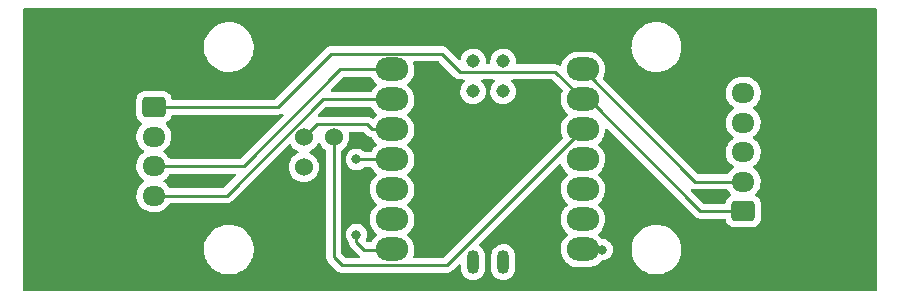
<source format=gbr>
%TF.GenerationSoftware,KiCad,Pcbnew,(6.0.7)*%
%TF.CreationDate,2023-03-01T00:53:14+09:00*%
%TF.ProjectId,joystick,6a6f7973-7469-4636-9b2e-6b696361645f,rev?*%
%TF.SameCoordinates,Original*%
%TF.FileFunction,Copper,L1,Top*%
%TF.FilePolarity,Positive*%
%FSLAX46Y46*%
G04 Gerber Fmt 4.6, Leading zero omitted, Abs format (unit mm)*
G04 Created by KiCad (PCBNEW (6.0.7)) date 2023-03-01 00:53:14*
%MOMM*%
%LPD*%
G01*
G04 APERTURE LIST*
G04 Aperture macros list*
%AMRoundRect*
0 Rectangle with rounded corners*
0 $1 Rounding radius*
0 $2 $3 $4 $5 $6 $7 $8 $9 X,Y pos of 4 corners*
0 Add a 4 corners polygon primitive as box body*
4,1,4,$2,$3,$4,$5,$6,$7,$8,$9,$2,$3,0*
0 Add four circle primitives for the rounded corners*
1,1,$1+$1,$2,$3*
1,1,$1+$1,$4,$5*
1,1,$1+$1,$6,$7*
1,1,$1+$1,$8,$9*
0 Add four rect primitives between the rounded corners*
20,1,$1+$1,$2,$3,$4,$5,0*
20,1,$1+$1,$4,$5,$6,$7,0*
20,1,$1+$1,$6,$7,$8,$9,0*
20,1,$1+$1,$8,$9,$2,$3,0*%
G04 Aperture macros list end*
%TA.AperFunction,ComponentPad*%
%ADD10C,1.524000*%
%TD*%
%TA.AperFunction,ComponentPad*%
%ADD11O,1.950000X1.700000*%
%TD*%
%TA.AperFunction,ComponentPad*%
%ADD12RoundRect,0.250000X0.725000X-0.600000X0.725000X0.600000X-0.725000X0.600000X-0.725000X-0.600000X0*%
%TD*%
%TA.AperFunction,SMDPad,CuDef*%
%ADD13O,2.748280X1.998980*%
%TD*%
%TA.AperFunction,SMDPad,CuDef*%
%ADD14O,1.016000X2.032000*%
%TD*%
%TA.AperFunction,SMDPad,CuDef*%
%ADD15C,1.143000*%
%TD*%
%TA.AperFunction,ComponentPad*%
%ADD16RoundRect,0.250000X-0.725000X0.600000X-0.725000X-0.600000X0.725000X-0.600000X0.725000X0.600000X0*%
%TD*%
%TA.AperFunction,ViaPad*%
%ADD17C,0.800000*%
%TD*%
%TA.AperFunction,Conductor*%
%ADD18C,0.250000*%
%TD*%
G04 APERTURE END LIST*
D10*
%TO.P,OFFSET1,1,1*%
%TO.N,+3.3V*%
X116840000Y-94615000D03*
%TO.P,OFFSET1,2,2*%
%TO.N,Net-(OFFSET1-Pad2)*%
X114300000Y-94615000D03*
%TO.P,OFFSET1,3,3*%
%TO.N,GND*%
X114300000Y-97155000D03*
%TD*%
D11*
%TO.P,J1,5,Pin_5*%
%TO.N,/EN*%
X151490000Y-90885000D03*
%TO.P,J1,4,Pin_4*%
%TO.N,/IRXT*%
X151490000Y-93385000D03*
%TO.P,J1,3,Pin_3*%
%TO.N,/ITXR*%
X151490000Y-95885000D03*
%TO.P,J1,2,Pin_2*%
%TO.N,+5V*%
X151490000Y-98385000D03*
D12*
%TO.P,J1,1,Pin_1*%
%TO.N,GND*%
X151490000Y-100885000D03*
%TD*%
D13*
%TO.P,U1,1,PA02_A0_D0*%
%TO.N,/X*%
X121758720Y-88885480D03*
%TO.P,U1,2,PA4_A1_D1*%
%TO.N,/Y*%
X121758720Y-91425480D03*
%TO.P,U1,3,PA10_A2_D2*%
%TO.N,Net-(OFFSET1-Pad2)*%
X121758720Y-93965480D03*
%TO.P,U1,4,PA11_A3_D3*%
%TO.N,/EN*%
X121758720Y-96505480D03*
%TO.P,U1,5,PA8_A4_D4_SDA*%
%TO.N,unconnected-(U1-Pad5)*%
X121758720Y-99045480D03*
%TO.P,U1,6,PA9_A5_D5_SCL*%
%TO.N,unconnected-(U1-Pad6)*%
X121758720Y-101585480D03*
%TO.P,U1,7,PB08_A6_D6_TX*%
%TO.N,/IRXT*%
X121758720Y-104125480D03*
%TO.P,U1,8,PB09_A7_D7_RX*%
%TO.N,/ITXR*%
X137923280Y-104125480D03*
%TO.P,U1,9,PA7_A8_D8_SCK*%
%TO.N,unconnected-(U1-Pad9)*%
X137923280Y-101585480D03*
%TO.P,U1,10,PA5_A9_D9_MISO*%
%TO.N,unconnected-(U1-Pad10)*%
X137923280Y-99045480D03*
%TO.P,U1,11,PA6_A10_D10_MOSI*%
%TO.N,unconnected-(U1-Pad11)*%
X137923280Y-96505480D03*
%TO.P,U1,12,3V3*%
%TO.N,+3.3V*%
X137923280Y-93965480D03*
%TO.P,U1,13,GND*%
%TO.N,GND*%
X137923280Y-91425480D03*
%TO.P,U1,14,5V*%
%TO.N,+5V*%
X137923280Y-88885480D03*
D14*
%TO.P,U1,15,5V*%
%TO.N,unconnected-(U1-Pad15)*%
X128625600Y-105203300D03*
%TO.P,U1,16,GND*%
%TO.N,unconnected-(U1-Pad16)*%
X131175600Y-105203300D03*
D15*
%TO.P,U1,17,PA31_SWDIO*%
%TO.N,unconnected-(U1-Pad17)*%
X128624403Y-88199113D03*
%TO.P,U1,18,PA30_SWCLK*%
%TO.N,unconnected-(U1-Pad18)*%
X131164403Y-88199113D03*
%TO.P,U1,19,RESET*%
%TO.N,unconnected-(U1-Pad19)*%
X128624403Y-90739113D03*
%TO.P,U1,20,GND*%
%TO.N,unconnected-(U1-Pad20)*%
X131164403Y-90739113D03*
%TD*%
D16*
%TO.P,J2,1,Pin_1*%
%TO.N,GND*%
X101600000Y-92075000D03*
D11*
%TO.P,J2,2,Pin_2*%
%TO.N,+3.3V*%
X101600000Y-94575000D03*
%TO.P,J2,3,Pin_3*%
%TO.N,/X*%
X101600000Y-97075000D03*
%TO.P,J2,4,Pin_4*%
%TO.N,/Y*%
X101600000Y-99575000D03*
%TD*%
D17*
%TO.N,/EN*%
X118745000Y-96505500D03*
%TO.N,/IRXT*%
X118745000Y-102870000D03*
%TO.N,/ITXR*%
X139534200Y-104140000D03*
%TD*%
D18*
%TO.N,GND*%
X112085200Y-92075000D02*
X101600000Y-92075000D01*
X116612700Y-87547500D02*
X112085200Y-92075000D01*
X135593600Y-89095800D02*
X127502700Y-89095800D01*
X138415500Y-91425500D02*
X137923300Y-91425500D01*
X147875000Y-100885000D02*
X138415500Y-91425500D01*
X137923300Y-91425500D02*
X135593600Y-89095800D01*
X151490000Y-100885000D02*
X147875000Y-100885000D01*
X127502700Y-89095800D02*
X125954400Y-87547500D01*
X125954400Y-87547500D02*
X116612700Y-87547500D01*
%TO.N,+5V*%
X151490000Y-98385000D02*
X147422800Y-98385000D01*
X147422800Y-98385000D02*
X137923300Y-88885500D01*
%TO.N,/EN*%
X121758700Y-96505500D02*
X118745000Y-96505500D01*
%TO.N,/ITXR*%
X139534200Y-104140000D02*
X139519700Y-104125500D01*
X139519700Y-104125500D02*
X137923300Y-104125500D01*
%TO.N,/IRXT*%
X121744200Y-104140000D02*
X121758700Y-104125500D01*
X118745000Y-103505000D02*
X119380000Y-104140000D01*
X119380000Y-104140000D02*
X121744200Y-104140000D01*
X118745000Y-102870000D02*
X118745000Y-103505000D01*
%TO.N,+3.3V*%
X126410000Y-105478800D02*
X137923300Y-93965500D01*
X117543800Y-105478800D02*
X126410000Y-105478800D01*
X116840000Y-104775000D02*
X117543800Y-105478800D01*
X116840000Y-94615000D02*
X116840000Y-104775000D01*
%TO.N,Net-(OFFSET1-Pad2)*%
X115389300Y-93525700D02*
X114300000Y-94615000D01*
X119619600Y-93525700D02*
X115389300Y-93525700D01*
X120059400Y-93965500D02*
X119619600Y-93525700D01*
X121758700Y-93965500D02*
X120059400Y-93965500D01*
%TO.N,/Y*%
X115896800Y-91425500D02*
X121758700Y-91425500D01*
X107747300Y-99575000D02*
X115896800Y-91425500D01*
X101600000Y-99575000D02*
X107747300Y-99575000D01*
%TO.N,/X*%
X117384300Y-88885500D02*
X121758700Y-88885500D01*
X109194800Y-97075000D02*
X117384300Y-88885500D01*
X101600000Y-97075000D02*
X109194800Y-97075000D01*
%TD*%
%TA.AperFunction,NonConductor*%
G36*
X120003416Y-89539002D02*
G01*
X120049489Y-89591749D01*
X120066475Y-89628175D01*
X120066478Y-89628181D01*
X120068615Y-89632763D01*
X120071457Y-89636944D01*
X120071457Y-89636945D01*
X120202167Y-89829279D01*
X120202170Y-89829283D01*
X120205013Y-89833466D01*
X120371745Y-90009781D01*
X120430783Y-90054919D01*
X120472749Y-90112181D01*
X120477094Y-90183045D01*
X120437577Y-90249527D01*
X120299581Y-90371186D01*
X120299578Y-90371189D01*
X120295784Y-90374534D01*
X120141757Y-90562050D01*
X120139217Y-90566415D01*
X120139213Y-90566420D01*
X120044367Y-90729381D01*
X119992814Y-90778194D01*
X119935469Y-90792000D01*
X116677895Y-90792000D01*
X116609774Y-90771998D01*
X116563281Y-90718342D01*
X116553177Y-90648068D01*
X116582671Y-90583488D01*
X116588800Y-90576905D01*
X117609800Y-89555905D01*
X117672112Y-89521879D01*
X117698895Y-89519000D01*
X119935295Y-89519000D01*
X120003416Y-89539002D01*
G37*
%TD.AperFunction*%
%TA.AperFunction,NonConductor*%
G36*
X120003416Y-92079002D02*
G01*
X120049489Y-92131749D01*
X120066475Y-92168175D01*
X120066478Y-92168181D01*
X120068615Y-92172763D01*
X120071457Y-92176944D01*
X120071457Y-92176945D01*
X120202167Y-92369279D01*
X120202170Y-92369283D01*
X120205013Y-92373466D01*
X120371745Y-92549781D01*
X120430783Y-92594919D01*
X120472749Y-92652181D01*
X120477094Y-92723045D01*
X120437577Y-92789527D01*
X120299581Y-92911186D01*
X120299578Y-92911189D01*
X120295784Y-92914534D01*
X120292575Y-92918441D01*
X120292566Y-92918450D01*
X120206375Y-93023381D01*
X120147681Y-93063324D01*
X120076709Y-93065194D01*
X120022758Y-93035255D01*
X120008304Y-93021681D01*
X119994921Y-93009114D01*
X119987975Y-93005295D01*
X119987972Y-93005293D01*
X119977166Y-92999352D01*
X119960647Y-92988501D01*
X119960183Y-92988141D01*
X119944641Y-92976086D01*
X119937372Y-92972941D01*
X119937368Y-92972938D01*
X119904063Y-92958526D01*
X119893413Y-92953309D01*
X119854660Y-92932005D01*
X119835037Y-92926967D01*
X119816334Y-92920563D01*
X119805020Y-92915667D01*
X119805019Y-92915667D01*
X119797745Y-92912519D01*
X119789922Y-92911280D01*
X119789912Y-92911277D01*
X119754076Y-92905601D01*
X119742456Y-92903195D01*
X119707311Y-92894172D01*
X119707310Y-92894172D01*
X119699630Y-92892200D01*
X119679376Y-92892200D01*
X119659665Y-92890649D01*
X119647486Y-92888720D01*
X119639657Y-92887480D01*
X119631765Y-92888226D01*
X119595639Y-92891641D01*
X119583781Y-92892200D01*
X115630194Y-92892200D01*
X115562073Y-92872198D01*
X115515580Y-92818542D01*
X115505476Y-92748268D01*
X115534970Y-92683688D01*
X115541099Y-92677105D01*
X116122299Y-92095905D01*
X116184611Y-92061879D01*
X116211394Y-92059000D01*
X119935295Y-92059000D01*
X120003416Y-92079002D01*
G37*
%TD.AperFunction*%
%TA.AperFunction,NonConductor*%
G36*
X112525086Y-92644758D02*
G01*
X112567794Y-92701473D01*
X112573060Y-92772274D01*
X112538959Y-92834936D01*
X108969300Y-96404595D01*
X108906988Y-96438621D01*
X108880205Y-96441500D01*
X103000596Y-96441500D01*
X102932475Y-96421498D01*
X102892877Y-96380866D01*
X102875519Y-96352260D01*
X102826623Y-96271683D01*
X102748731Y-96181920D01*
X102679023Y-96101588D01*
X102679021Y-96101586D01*
X102675523Y-96097555D01*
X102612436Y-96045827D01*
X102501373Y-95954760D01*
X102501367Y-95954756D01*
X102497245Y-95951376D01*
X102465750Y-95933448D01*
X102416445Y-95882368D01*
X102402583Y-95812738D01*
X102428566Y-95746667D01*
X102457716Y-95719427D01*
X102493642Y-95695240D01*
X102579319Y-95637559D01*
X102620398Y-95598372D01*
X102658859Y-95561681D01*
X102746135Y-95478424D01*
X102883754Y-95293458D01*
X102891218Y-95278779D01*
X102940818Y-95181221D01*
X102988240Y-95087949D01*
X102993851Y-95069881D01*
X103055024Y-94872871D01*
X103056607Y-94867773D01*
X103071058Y-94758738D01*
X103086198Y-94644511D01*
X103086198Y-94644506D01*
X103086898Y-94639226D01*
X103086592Y-94631061D01*
X103079710Y-94447755D01*
X103078249Y-94408842D01*
X103030907Y-94183209D01*
X103021761Y-94160050D01*
X102948185Y-93973744D01*
X102948184Y-93973742D01*
X102946224Y-93968779D01*
X102826623Y-93771683D01*
X102749556Y-93682871D01*
X102679023Y-93601588D01*
X102679021Y-93601586D01*
X102675523Y-93597555D01*
X102639880Y-93568330D01*
X102599886Y-93509671D01*
X102597954Y-93438701D01*
X102634698Y-93377952D01*
X102653468Y-93363752D01*
X102793120Y-93277332D01*
X102799348Y-93273478D01*
X102924305Y-93148303D01*
X102928146Y-93142072D01*
X103013275Y-93003968D01*
X103013276Y-93003966D01*
X103017115Y-92997738D01*
X103052851Y-92889998D01*
X103070632Y-92836389D01*
X103070632Y-92836387D01*
X103072797Y-92829861D01*
X103073498Y-92823020D01*
X103073499Y-92823015D01*
X103073639Y-92821651D01*
X103073960Y-92820864D01*
X103074941Y-92816290D01*
X103075757Y-92816465D01*
X103100483Y-92755925D01*
X103158600Y-92715146D01*
X103198982Y-92708500D01*
X112006433Y-92708500D01*
X112017616Y-92709027D01*
X112025109Y-92710702D01*
X112033035Y-92710453D01*
X112033036Y-92710453D01*
X112093186Y-92708562D01*
X112097145Y-92708500D01*
X112125056Y-92708500D01*
X112128991Y-92708003D01*
X112129056Y-92707995D01*
X112140893Y-92707062D01*
X112173151Y-92706048D01*
X112177170Y-92705922D01*
X112185089Y-92705673D01*
X112204543Y-92700021D01*
X112223900Y-92696013D01*
X112236130Y-92694468D01*
X112236131Y-92694468D01*
X112243997Y-92693474D01*
X112251368Y-92690555D01*
X112251370Y-92690555D01*
X112285112Y-92677196D01*
X112296342Y-92673351D01*
X112331183Y-92663229D01*
X112331184Y-92663229D01*
X112338793Y-92661018D01*
X112345612Y-92656985D01*
X112345617Y-92656983D01*
X112356228Y-92650707D01*
X112373976Y-92642012D01*
X112392817Y-92634552D01*
X112392842Y-92634615D01*
X112458495Y-92620137D01*
X112525086Y-92644758D01*
G37*
%TD.AperFunction*%
%TA.AperFunction,NonConductor*%
G36*
X108481826Y-97728502D02*
G01*
X108528319Y-97782158D01*
X108538423Y-97852432D01*
X108508929Y-97917012D01*
X108502800Y-97923595D01*
X107521800Y-98904595D01*
X107459488Y-98938621D01*
X107432705Y-98941500D01*
X103000596Y-98941500D01*
X102932475Y-98921498D01*
X102892877Y-98880866D01*
X102877706Y-98855864D01*
X102826623Y-98771683D01*
X102749556Y-98682871D01*
X102679023Y-98601588D01*
X102679021Y-98601586D01*
X102675523Y-98597555D01*
X102578654Y-98518127D01*
X102501373Y-98454760D01*
X102501367Y-98454756D01*
X102497245Y-98451376D01*
X102465750Y-98433448D01*
X102416445Y-98382368D01*
X102402583Y-98312738D01*
X102428566Y-98246667D01*
X102457716Y-98219427D01*
X102519033Y-98178146D01*
X102579319Y-98137559D01*
X102585171Y-98131977D01*
X102672769Y-98048412D01*
X102746135Y-97978424D01*
X102883754Y-97793458D01*
X102886170Y-97788706D01*
X102886175Y-97788698D01*
X102891922Y-97777394D01*
X102940625Y-97725737D01*
X103004238Y-97708500D01*
X108413705Y-97708500D01*
X108481826Y-97728502D01*
G37*
%TD.AperFunction*%
%TA.AperFunction,NonConductor*%
G36*
X147199077Y-98981606D02*
G01*
X147207361Y-98983733D01*
X147226067Y-98990137D01*
X147244655Y-98998181D01*
X147252478Y-98999420D01*
X147252488Y-98999423D01*
X147288324Y-99005099D01*
X147299944Y-99007505D01*
X147335089Y-99016528D01*
X147342770Y-99018500D01*
X147363024Y-99018500D01*
X147382734Y-99020051D01*
X147402743Y-99023220D01*
X147410635Y-99022474D01*
X147446761Y-99019059D01*
X147458619Y-99018500D01*
X150089404Y-99018500D01*
X150157525Y-99038502D01*
X150197122Y-99079133D01*
X150263377Y-99188317D01*
X150266874Y-99192347D01*
X150390057Y-99334303D01*
X150414477Y-99362445D01*
X150450120Y-99391670D01*
X150490114Y-99450329D01*
X150492046Y-99521299D01*
X150455302Y-99582048D01*
X150436532Y-99596248D01*
X150305579Y-99677285D01*
X150290652Y-99686522D01*
X150165695Y-99811697D01*
X150161855Y-99817927D01*
X150161854Y-99817928D01*
X150108466Y-99904540D01*
X150072885Y-99962262D01*
X150063924Y-99989279D01*
X150027275Y-100099774D01*
X150017203Y-100130139D01*
X150016502Y-100136980D01*
X150016501Y-100136985D01*
X150016361Y-100138349D01*
X150016040Y-100139136D01*
X150015059Y-100143710D01*
X150014243Y-100143535D01*
X149989517Y-100204075D01*
X149931400Y-100244854D01*
X149891018Y-100251500D01*
X148189595Y-100251500D01*
X148121474Y-100231498D01*
X148100500Y-100214595D01*
X147078647Y-99192742D01*
X147044621Y-99130430D01*
X147049686Y-99059615D01*
X147092233Y-99002779D01*
X147158753Y-98977968D01*
X147199077Y-98981606D01*
G37*
%TD.AperFunction*%
%TA.AperFunction,NonConductor*%
G36*
X119373126Y-94179202D02*
G01*
X119394100Y-94196104D01*
X119475124Y-94277129D01*
X119555754Y-94357759D01*
X119563287Y-94366037D01*
X119567400Y-94372518D01*
X119573179Y-94377945D01*
X119573181Y-94377947D01*
X119617035Y-94419127D01*
X119619879Y-94421883D01*
X119639630Y-94441635D01*
X119642827Y-94444115D01*
X119651847Y-94451818D01*
X119684079Y-94482086D01*
X119691025Y-94485905D01*
X119691028Y-94485907D01*
X119701834Y-94491848D01*
X119718353Y-94502699D01*
X119734359Y-94515114D01*
X119741628Y-94518259D01*
X119741632Y-94518262D01*
X119774937Y-94532674D01*
X119785587Y-94537891D01*
X119824340Y-94559195D01*
X119832015Y-94561166D01*
X119832016Y-94561166D01*
X119843962Y-94564233D01*
X119862667Y-94570637D01*
X119881255Y-94578681D01*
X119889078Y-94579920D01*
X119889088Y-94579923D01*
X119924924Y-94585599D01*
X119936545Y-94588005D01*
X119962800Y-94594746D01*
X120023807Y-94631061D01*
X120045661Y-94663538D01*
X120059105Y-94692368D01*
X120068615Y-94712763D01*
X120071457Y-94716944D01*
X120071457Y-94716945D01*
X120202167Y-94909279D01*
X120202170Y-94909283D01*
X120205013Y-94913466D01*
X120371745Y-95089781D01*
X120430783Y-95134919D01*
X120472749Y-95192181D01*
X120477094Y-95263045D01*
X120437577Y-95329527D01*
X120299581Y-95451186D01*
X120299578Y-95451189D01*
X120295784Y-95454534D01*
X120292574Y-95458442D01*
X120292573Y-95458443D01*
X120276161Y-95478424D01*
X120141757Y-95642050D01*
X120139217Y-95646415D01*
X120139213Y-95646420D01*
X120044367Y-95809381D01*
X119992814Y-95858194D01*
X119935469Y-95872000D01*
X119453200Y-95872000D01*
X119385079Y-95851998D01*
X119365853Y-95835657D01*
X119365580Y-95835960D01*
X119360668Y-95831537D01*
X119356253Y-95826634D01*
X119273227Y-95766312D01*
X119207094Y-95718263D01*
X119207093Y-95718262D01*
X119201752Y-95714382D01*
X119195724Y-95711698D01*
X119195722Y-95711697D01*
X119033319Y-95639391D01*
X119033318Y-95639391D01*
X119027288Y-95636706D01*
X118933888Y-95616853D01*
X118846944Y-95598372D01*
X118846939Y-95598372D01*
X118840487Y-95597000D01*
X118649513Y-95597000D01*
X118643061Y-95598372D01*
X118643056Y-95598372D01*
X118556113Y-95616853D01*
X118462712Y-95636706D01*
X118456682Y-95639391D01*
X118456681Y-95639391D01*
X118294278Y-95711697D01*
X118294276Y-95711698D01*
X118288248Y-95714382D01*
X118282907Y-95718262D01*
X118282906Y-95718263D01*
X118278539Y-95721436D01*
X118133747Y-95826634D01*
X118129326Y-95831544D01*
X118129325Y-95831545D01*
X118037570Y-95933450D01*
X118005960Y-95968556D01*
X117910473Y-96133944D01*
X117851458Y-96315572D01*
X117850768Y-96322133D01*
X117850768Y-96322135D01*
X117849393Y-96335219D01*
X117831496Y-96505500D01*
X117832186Y-96512065D01*
X117850711Y-96688317D01*
X117851458Y-96695428D01*
X117910473Y-96877056D01*
X118005960Y-97042444D01*
X118010378Y-97047351D01*
X118010379Y-97047352D01*
X118090228Y-97136033D01*
X118133747Y-97184366D01*
X118288248Y-97296618D01*
X118294276Y-97299302D01*
X118294278Y-97299303D01*
X118456681Y-97371609D01*
X118462712Y-97374294D01*
X118556112Y-97394147D01*
X118643056Y-97412628D01*
X118643061Y-97412628D01*
X118649513Y-97414000D01*
X118840487Y-97414000D01*
X118846939Y-97412628D01*
X118846944Y-97412628D01*
X118933888Y-97394147D01*
X119027288Y-97374294D01*
X119033319Y-97371609D01*
X119195722Y-97299303D01*
X119195724Y-97299302D01*
X119201752Y-97296618D01*
X119356253Y-97184366D01*
X119360668Y-97179463D01*
X119365580Y-97175040D01*
X119366705Y-97176289D01*
X119420014Y-97143449D01*
X119453200Y-97139000D01*
X119935295Y-97139000D01*
X120003416Y-97159002D01*
X120049489Y-97211749D01*
X120066475Y-97248175D01*
X120066478Y-97248181D01*
X120068615Y-97252763D01*
X120071457Y-97256944D01*
X120071457Y-97256945D01*
X120202167Y-97449279D01*
X120202170Y-97449283D01*
X120205013Y-97453466D01*
X120371745Y-97629781D01*
X120430783Y-97674919D01*
X120472749Y-97732181D01*
X120477094Y-97803045D01*
X120437577Y-97869527D01*
X120299581Y-97991186D01*
X120299578Y-97991189D01*
X120295784Y-97994534D01*
X120141757Y-98182050D01*
X120019691Y-98391779D01*
X120017877Y-98396505D01*
X120017875Y-98396509D01*
X119939153Y-98601588D01*
X119932728Y-98618327D01*
X119883104Y-98855864D01*
X119882875Y-98860913D01*
X119882874Y-98860919D01*
X119879528Y-98934614D01*
X119872096Y-99098279D01*
X119872677Y-99103299D01*
X119872677Y-99103303D01*
X119875816Y-99130430D01*
X119899987Y-99339336D01*
X119901366Y-99344210D01*
X119901367Y-99344214D01*
X119956054Y-99537474D01*
X119966060Y-99572833D01*
X119968194Y-99577408D01*
X119968196Y-99577415D01*
X120066478Y-99788181D01*
X120068615Y-99792763D01*
X120071457Y-99796944D01*
X120071457Y-99796945D01*
X120202167Y-99989279D01*
X120202170Y-99989283D01*
X120205013Y-99993466D01*
X120371745Y-100169781D01*
X120430783Y-100214919D01*
X120472749Y-100272181D01*
X120477094Y-100343045D01*
X120437577Y-100409527D01*
X120299581Y-100531186D01*
X120299578Y-100531189D01*
X120295784Y-100534534D01*
X120292574Y-100538442D01*
X120292573Y-100538443D01*
X120281072Y-100552445D01*
X120141757Y-100722050D01*
X120019691Y-100931779D01*
X120017877Y-100936505D01*
X120017875Y-100936509D01*
X119971191Y-101058127D01*
X119932728Y-101158327D01*
X119883104Y-101395864D01*
X119882875Y-101400913D01*
X119882874Y-101400919D01*
X119882401Y-101411346D01*
X119872096Y-101638279D01*
X119872677Y-101643299D01*
X119872677Y-101643303D01*
X119885156Y-101751158D01*
X119899987Y-101879336D01*
X119901366Y-101884210D01*
X119901367Y-101884214D01*
X119964682Y-102107964D01*
X119966060Y-102112833D01*
X119968194Y-102117408D01*
X119968196Y-102117415D01*
X120066463Y-102328148D01*
X120068615Y-102332763D01*
X120071457Y-102336944D01*
X120071457Y-102336945D01*
X120202167Y-102529279D01*
X120202170Y-102529283D01*
X120205013Y-102533466D01*
X120371745Y-102709781D01*
X120430783Y-102754919D01*
X120472749Y-102812181D01*
X120477094Y-102883045D01*
X120437577Y-102949527D01*
X120299581Y-103071186D01*
X120299578Y-103071189D01*
X120295784Y-103074534D01*
X120141757Y-103262050D01*
X120076591Y-103374015D01*
X120035928Y-103443881D01*
X119984375Y-103492694D01*
X119927030Y-103506500D01*
X119694594Y-103506500D01*
X119626473Y-103486498D01*
X119605499Y-103469595D01*
X119573931Y-103438027D01*
X119539905Y-103375715D01*
X119544970Y-103304900D01*
X119553906Y-103285933D01*
X119562408Y-103271206D01*
X119579527Y-103241556D01*
X119638542Y-103059928D01*
X119650146Y-102949527D01*
X119657814Y-102876565D01*
X119658504Y-102870000D01*
X119646408Y-102754916D01*
X119639232Y-102686635D01*
X119639232Y-102686633D01*
X119638542Y-102680072D01*
X119579527Y-102498444D01*
X119553183Y-102452814D01*
X119542314Y-102433990D01*
X119484040Y-102333056D01*
X119393767Y-102232797D01*
X119360675Y-102196045D01*
X119360674Y-102196044D01*
X119356253Y-102191134D01*
X119214503Y-102088146D01*
X119207094Y-102082763D01*
X119207093Y-102082762D01*
X119201752Y-102078882D01*
X119195724Y-102076198D01*
X119195722Y-102076197D01*
X119033319Y-102003891D01*
X119033318Y-102003891D01*
X119027288Y-102001206D01*
X118933887Y-101981353D01*
X118846944Y-101962872D01*
X118846939Y-101962872D01*
X118840487Y-101961500D01*
X118649513Y-101961500D01*
X118643061Y-101962872D01*
X118643056Y-101962872D01*
X118556112Y-101981353D01*
X118462712Y-102001206D01*
X118456682Y-102003891D01*
X118456681Y-102003891D01*
X118294278Y-102076197D01*
X118294276Y-102076198D01*
X118288248Y-102078882D01*
X118282907Y-102082762D01*
X118282906Y-102082763D01*
X118275497Y-102088146D01*
X118133747Y-102191134D01*
X118129326Y-102196044D01*
X118129325Y-102196045D01*
X118096234Y-102232797D01*
X118005960Y-102333056D01*
X117947686Y-102433990D01*
X117936818Y-102452814D01*
X117910473Y-102498444D01*
X117851458Y-102680072D01*
X117850768Y-102686633D01*
X117850768Y-102686635D01*
X117843592Y-102754916D01*
X117831496Y-102870000D01*
X117832186Y-102876565D01*
X117839855Y-102949527D01*
X117851458Y-103059928D01*
X117910473Y-103241556D01*
X118005960Y-103406944D01*
X118064338Y-103471779D01*
X118080947Y-103490225D01*
X118111664Y-103554233D01*
X118113248Y-103570575D01*
X118114327Y-103604889D01*
X118119978Y-103624339D01*
X118123987Y-103643700D01*
X118126526Y-103663797D01*
X118129445Y-103671168D01*
X118129445Y-103671170D01*
X118142804Y-103704912D01*
X118146649Y-103716142D01*
X118158982Y-103758593D01*
X118163015Y-103765412D01*
X118163017Y-103765417D01*
X118169293Y-103776028D01*
X118177988Y-103793776D01*
X118185448Y-103812617D01*
X118190110Y-103819033D01*
X118190110Y-103819034D01*
X118211436Y-103848387D01*
X118217952Y-103858307D01*
X118240458Y-103896362D01*
X118254779Y-103910683D01*
X118267619Y-103925716D01*
X118279528Y-103942107D01*
X118313540Y-103970244D01*
X118313605Y-103970298D01*
X118322384Y-103978288D01*
X118876343Y-104532247D01*
X118883887Y-104540537D01*
X118888000Y-104547018D01*
X118893777Y-104552443D01*
X118937667Y-104593658D01*
X118940509Y-104596413D01*
X118960231Y-104616135D01*
X118963355Y-104618558D01*
X118963359Y-104618562D01*
X118963424Y-104618612D01*
X118972463Y-104626334D01*
X118973668Y-104627466D01*
X119009622Y-104688686D01*
X119006771Y-104759625D01*
X118966019Y-104817762D01*
X118900306Y-104844637D01*
X118887398Y-104845300D01*
X117858395Y-104845300D01*
X117790274Y-104825298D01*
X117769299Y-104808395D01*
X117510404Y-104549499D01*
X117476379Y-104487187D01*
X117473500Y-104460404D01*
X117473500Y-95788004D01*
X117493502Y-95719883D01*
X117527229Y-95684791D01*
X117655270Y-95595136D01*
X117655273Y-95595134D01*
X117659781Y-95591977D01*
X117816977Y-95434781D01*
X117854510Y-95381179D01*
X117941331Y-95257185D01*
X117941334Y-95257180D01*
X117944488Y-95252676D01*
X117946811Y-95247694D01*
X117946814Y-95247689D01*
X118036117Y-95056178D01*
X118036118Y-95056177D01*
X118038440Y-95051196D01*
X118095978Y-94836463D01*
X118115353Y-94615000D01*
X118095978Y-94393537D01*
X118075687Y-94317811D01*
X118077377Y-94246835D01*
X118117171Y-94188039D01*
X118182435Y-94160091D01*
X118197394Y-94159200D01*
X119305005Y-94159200D01*
X119373126Y-94179202D01*
G37*
%TD.AperFunction*%
%TA.AperFunction,NonConductor*%
G36*
X125707927Y-88201002D02*
G01*
X125728901Y-88217905D01*
X126434696Y-88923701D01*
X126999048Y-89488053D01*
X127006588Y-89496339D01*
X127010700Y-89502818D01*
X127016477Y-89508243D01*
X127060351Y-89549443D01*
X127063193Y-89552198D01*
X127082930Y-89571935D01*
X127086127Y-89574415D01*
X127095147Y-89582118D01*
X127127379Y-89612386D01*
X127134325Y-89616205D01*
X127134328Y-89616207D01*
X127145134Y-89622148D01*
X127161653Y-89632999D01*
X127177659Y-89645414D01*
X127184928Y-89648559D01*
X127184932Y-89648562D01*
X127218237Y-89662974D01*
X127228887Y-89668191D01*
X127267640Y-89689495D01*
X127275315Y-89691466D01*
X127275316Y-89691466D01*
X127287262Y-89694533D01*
X127305967Y-89700937D01*
X127324555Y-89708981D01*
X127332378Y-89710220D01*
X127332388Y-89710223D01*
X127368224Y-89715899D01*
X127379844Y-89718305D01*
X127414989Y-89727328D01*
X127422670Y-89729300D01*
X127442924Y-89729300D01*
X127462634Y-89730851D01*
X127482643Y-89734020D01*
X127490535Y-89733274D01*
X127516167Y-89730851D01*
X127526662Y-89729859D01*
X127538519Y-89729300D01*
X127802995Y-89729300D01*
X127871116Y-89749302D01*
X127917609Y-89802958D01*
X127927713Y-89873232D01*
X127898219Y-89937812D01*
X127886073Y-89950032D01*
X127837642Y-89992505D01*
X127834067Y-89997040D01*
X127834066Y-89997041D01*
X127824023Y-90009781D01*
X127714758Y-90148383D01*
X127712069Y-90153494D01*
X127712067Y-90153497D01*
X127696521Y-90183045D01*
X127622338Y-90324044D01*
X127563478Y-90513606D01*
X127540148Y-90710721D01*
X127553130Y-90908786D01*
X127601989Y-91101169D01*
X127685088Y-91281426D01*
X127688421Y-91286142D01*
X127749581Y-91372681D01*
X127799646Y-91443522D01*
X127803788Y-91447557D01*
X127843514Y-91486256D01*
X127941825Y-91582026D01*
X128106864Y-91692302D01*
X128112167Y-91694580D01*
X128112170Y-91694582D01*
X128187972Y-91727149D01*
X128289235Y-91770655D01*
X128348857Y-91784146D01*
X128477194Y-91813186D01*
X128477199Y-91813187D01*
X128482831Y-91814461D01*
X128488602Y-91814688D01*
X128488604Y-91814688D01*
X128547665Y-91817008D01*
X128681168Y-91822254D01*
X128779386Y-91808013D01*
X128871890Y-91794601D01*
X128871895Y-91794600D01*
X128877604Y-91793772D01*
X128905962Y-91784146D01*
X129060093Y-91731825D01*
X129065561Y-91729969D01*
X129238742Y-91632983D01*
X129391350Y-91506060D01*
X129518273Y-91353452D01*
X129615259Y-91180271D01*
X129647161Y-91086292D01*
X129677206Y-90997782D01*
X129677206Y-90997781D01*
X129679062Y-90992314D01*
X129679890Y-90986605D01*
X129679891Y-90986600D01*
X129703934Y-90820774D01*
X129707544Y-90795878D01*
X129709030Y-90739113D01*
X129690868Y-90541455D01*
X129636990Y-90350417D01*
X129549200Y-90172397D01*
X129430438Y-90013356D01*
X129359547Y-89947825D01*
X129323102Y-89886896D01*
X129325383Y-89815936D01*
X129365665Y-89757474D01*
X129431160Y-89730071D01*
X129445076Y-89729300D01*
X130342995Y-89729300D01*
X130411116Y-89749302D01*
X130457609Y-89802958D01*
X130467713Y-89873232D01*
X130438219Y-89937812D01*
X130426073Y-89950032D01*
X130377642Y-89992505D01*
X130374067Y-89997040D01*
X130374066Y-89997041D01*
X130364023Y-90009781D01*
X130254758Y-90148383D01*
X130252069Y-90153494D01*
X130252067Y-90153497D01*
X130236521Y-90183045D01*
X130162338Y-90324044D01*
X130103478Y-90513606D01*
X130080148Y-90710721D01*
X130093130Y-90908786D01*
X130141989Y-91101169D01*
X130225088Y-91281426D01*
X130228421Y-91286142D01*
X130289581Y-91372681D01*
X130339646Y-91443522D01*
X130343788Y-91447557D01*
X130383514Y-91486256D01*
X130481825Y-91582026D01*
X130646864Y-91692302D01*
X130652167Y-91694580D01*
X130652170Y-91694582D01*
X130727972Y-91727149D01*
X130829235Y-91770655D01*
X130888857Y-91784146D01*
X131017194Y-91813186D01*
X131017199Y-91813187D01*
X131022831Y-91814461D01*
X131028602Y-91814688D01*
X131028604Y-91814688D01*
X131087665Y-91817008D01*
X131221168Y-91822254D01*
X131319386Y-91808013D01*
X131411890Y-91794601D01*
X131411895Y-91794600D01*
X131417604Y-91793772D01*
X131445962Y-91784146D01*
X131600093Y-91731825D01*
X131605561Y-91729969D01*
X131778742Y-91632983D01*
X131931350Y-91506060D01*
X132058273Y-91353452D01*
X132155259Y-91180271D01*
X132187161Y-91086292D01*
X132217206Y-90997782D01*
X132217206Y-90997781D01*
X132219062Y-90992314D01*
X132219890Y-90986605D01*
X132219891Y-90986600D01*
X132243934Y-90820774D01*
X132247544Y-90795878D01*
X132249030Y-90739113D01*
X132230868Y-90541455D01*
X132176990Y-90350417D01*
X132089200Y-90172397D01*
X131970438Y-90013356D01*
X131899547Y-89947825D01*
X131863102Y-89886896D01*
X131865383Y-89815936D01*
X131905665Y-89757474D01*
X131971160Y-89730071D01*
X131985076Y-89729300D01*
X135279006Y-89729300D01*
X135347127Y-89749302D01*
X135368101Y-89766205D01*
X136185326Y-90583430D01*
X136219352Y-90645742D01*
X136214287Y-90716557D01*
X136205129Y-90735906D01*
X136201107Y-90742817D01*
X136184251Y-90771779D01*
X136182438Y-90776502D01*
X136101790Y-90986600D01*
X136097288Y-90998327D01*
X136047664Y-91235864D01*
X136047435Y-91240913D01*
X136047434Y-91240919D01*
X136043457Y-91328499D01*
X136036656Y-91478279D01*
X136064547Y-91719336D01*
X136065926Y-91724210D01*
X136065927Y-91724214D01*
X136129242Y-91947964D01*
X136130620Y-91952833D01*
X136132754Y-91957408D01*
X136132756Y-91957415D01*
X136231038Y-92168181D01*
X136233175Y-92172763D01*
X136236017Y-92176944D01*
X136236017Y-92176945D01*
X136366727Y-92369279D01*
X136366730Y-92369283D01*
X136369573Y-92373466D01*
X136536305Y-92549781D01*
X136595343Y-92594919D01*
X136637309Y-92652181D01*
X136641654Y-92723045D01*
X136602137Y-92789527D01*
X136464141Y-92911186D01*
X136464138Y-92911189D01*
X136460344Y-92914534D01*
X136306317Y-93102050D01*
X136184251Y-93311779D01*
X136182437Y-93316505D01*
X136182435Y-93316509D01*
X136099103Y-93533598D01*
X136097288Y-93538327D01*
X136047664Y-93775864D01*
X136047435Y-93780913D01*
X136047434Y-93780919D01*
X136042411Y-93891538D01*
X136036656Y-94018279D01*
X136037237Y-94023299D01*
X136037237Y-94023303D01*
X136042310Y-94067148D01*
X136064547Y-94259336D01*
X136065926Y-94264210D01*
X136065927Y-94264214D01*
X136115340Y-94438834D01*
X136130620Y-94492833D01*
X136132754Y-94497408D01*
X136132756Y-94497415D01*
X136171231Y-94579923D01*
X136202632Y-94647262D01*
X136210823Y-94664828D01*
X136221484Y-94735019D01*
X136192504Y-94799832D01*
X136185723Y-94807173D01*
X131182243Y-99810652D01*
X126184500Y-104808395D01*
X126122188Y-104842421D01*
X126095405Y-104845300D01*
X123655699Y-104845300D01*
X123587578Y-104825298D01*
X123541085Y-104771642D01*
X123530981Y-104701368D01*
X123538068Y-104674146D01*
X123582897Y-104557363D01*
X123582899Y-104557356D01*
X123584712Y-104552633D01*
X123634336Y-104315096D01*
X123635066Y-104299036D01*
X123642585Y-104133435D01*
X123645344Y-104072681D01*
X123634423Y-103978288D01*
X123626600Y-103910683D01*
X123617453Y-103831624D01*
X123613891Y-103819034D01*
X123552758Y-103602996D01*
X123552757Y-103602994D01*
X123551380Y-103598127D01*
X123549246Y-103593552D01*
X123549244Y-103593545D01*
X123450962Y-103382779D01*
X123450960Y-103382775D01*
X123448825Y-103378197D01*
X123431540Y-103352763D01*
X123315273Y-103181681D01*
X123315270Y-103181677D01*
X123312427Y-103177494D01*
X123145695Y-103001179D01*
X123086657Y-102956041D01*
X123044691Y-102898779D01*
X123040346Y-102827915D01*
X123079863Y-102761433D01*
X123217859Y-102639774D01*
X123217862Y-102639771D01*
X123221656Y-102636426D01*
X123375683Y-102448910D01*
X123497749Y-102239181D01*
X123499931Y-102233498D01*
X123582897Y-102017362D01*
X123582898Y-102017359D01*
X123584712Y-102012633D01*
X123634336Y-101775096D01*
X123645344Y-101532681D01*
X123644250Y-101523220D01*
X123626203Y-101367249D01*
X123617453Y-101291624D01*
X123581138Y-101163287D01*
X123552758Y-101062996D01*
X123552757Y-101062994D01*
X123551380Y-101058127D01*
X123549246Y-101053552D01*
X123549244Y-101053545D01*
X123450962Y-100842779D01*
X123450960Y-100842775D01*
X123448825Y-100838197D01*
X123445983Y-100834015D01*
X123315273Y-100641681D01*
X123315270Y-100641677D01*
X123312427Y-100637494D01*
X123145695Y-100461179D01*
X123086657Y-100416041D01*
X123044691Y-100358779D01*
X123040346Y-100287915D01*
X123079863Y-100221433D01*
X123217859Y-100099774D01*
X123217862Y-100099771D01*
X123221656Y-100096426D01*
X123375683Y-99908910D01*
X123497749Y-99699181D01*
X123502609Y-99686522D01*
X123582897Y-99477362D01*
X123582898Y-99477359D01*
X123584712Y-99472633D01*
X123634336Y-99235096D01*
X123636260Y-99192742D01*
X123640321Y-99103303D01*
X123645344Y-98992681D01*
X123638626Y-98934614D01*
X123628941Y-98850910D01*
X123617453Y-98751624D01*
X123596556Y-98677773D01*
X123552758Y-98522996D01*
X123552757Y-98522994D01*
X123551380Y-98518127D01*
X123549246Y-98513552D01*
X123549244Y-98513545D01*
X123450962Y-98302779D01*
X123450960Y-98302775D01*
X123448825Y-98298197D01*
X123395293Y-98219427D01*
X123315273Y-98101681D01*
X123315270Y-98101677D01*
X123312427Y-98097494D01*
X123145695Y-97921179D01*
X123086657Y-97876041D01*
X123044691Y-97818779D01*
X123040346Y-97747915D01*
X123079863Y-97681433D01*
X123217859Y-97559774D01*
X123217862Y-97559771D01*
X123221656Y-97556426D01*
X123375683Y-97368910D01*
X123497749Y-97159181D01*
X123502325Y-97147262D01*
X123582897Y-96937362D01*
X123582898Y-96937359D01*
X123584712Y-96932633D01*
X123634336Y-96695096D01*
X123645344Y-96452681D01*
X123644051Y-96441500D01*
X123624993Y-96276791D01*
X123617453Y-96211624D01*
X123606378Y-96172484D01*
X123552758Y-95982996D01*
X123552757Y-95982994D01*
X123551380Y-95978127D01*
X123549246Y-95973552D01*
X123549244Y-95973545D01*
X123450962Y-95762779D01*
X123450960Y-95762775D01*
X123448825Y-95758197D01*
X123419048Y-95714382D01*
X123315273Y-95561681D01*
X123315270Y-95561677D01*
X123312427Y-95557494D01*
X123145695Y-95381179D01*
X123086657Y-95336041D01*
X123044691Y-95278779D01*
X123040346Y-95207915D01*
X123079863Y-95141433D01*
X123217859Y-95019774D01*
X123217862Y-95019771D01*
X123221656Y-95016426D01*
X123375683Y-94828910D01*
X123497749Y-94619181D01*
X123505101Y-94600030D01*
X123582897Y-94397362D01*
X123582898Y-94397359D01*
X123584712Y-94392633D01*
X123634336Y-94155096D01*
X123636487Y-94107740D01*
X123641570Y-93995783D01*
X123645344Y-93912681D01*
X123643640Y-93897949D01*
X123618035Y-93676657D01*
X123617453Y-93671624D01*
X123584842Y-93556377D01*
X123552758Y-93442996D01*
X123552757Y-93442994D01*
X123551380Y-93438127D01*
X123549246Y-93433552D01*
X123549244Y-93433545D01*
X123450962Y-93222779D01*
X123450960Y-93222775D01*
X123448825Y-93218197D01*
X123405551Y-93154521D01*
X123315273Y-93021681D01*
X123315270Y-93021677D01*
X123312427Y-93017494D01*
X123145695Y-92841179D01*
X123086657Y-92796041D01*
X123044691Y-92738779D01*
X123040346Y-92667915D01*
X123079863Y-92601433D01*
X123217859Y-92479774D01*
X123217862Y-92479771D01*
X123221656Y-92476426D01*
X123375683Y-92288910D01*
X123497749Y-92079181D01*
X123506392Y-92056667D01*
X123582897Y-91857362D01*
X123582898Y-91857359D01*
X123584712Y-91852633D01*
X123634336Y-91615096D01*
X123634865Y-91603458D01*
X123642341Y-91438802D01*
X123645344Y-91372681D01*
X123638510Y-91313611D01*
X123623382Y-91182871D01*
X123617453Y-91131624D01*
X123607251Y-91095569D01*
X123552758Y-90902996D01*
X123552757Y-90902994D01*
X123551380Y-90898127D01*
X123549246Y-90893552D01*
X123549244Y-90893545D01*
X123450962Y-90682779D01*
X123450960Y-90682775D01*
X123448825Y-90678197D01*
X123384461Y-90583488D01*
X123315273Y-90481681D01*
X123315270Y-90481677D01*
X123312427Y-90477494D01*
X123145695Y-90301179D01*
X123086657Y-90256041D01*
X123044691Y-90198779D01*
X123040346Y-90127915D01*
X123079863Y-90061433D01*
X123217859Y-89939774D01*
X123217862Y-89939771D01*
X123221656Y-89936426D01*
X123375683Y-89748910D01*
X123497749Y-89539181D01*
X123501897Y-89528377D01*
X123582897Y-89317362D01*
X123582898Y-89317359D01*
X123584712Y-89312633D01*
X123634336Y-89075096D01*
X123636319Y-89031443D01*
X123639589Y-88959422D01*
X123645344Y-88832681D01*
X123640776Y-88793196D01*
X123625383Y-88660162D01*
X123617453Y-88591624D01*
X123616073Y-88586746D01*
X123552759Y-88362999D01*
X123552757Y-88362995D01*
X123551380Y-88358127D01*
X123549242Y-88353541D01*
X123548266Y-88350918D01*
X123543269Y-88280098D01*
X123577355Y-88217818D01*
X123639700Y-88183854D01*
X123666364Y-88181000D01*
X125639806Y-88181000D01*
X125707927Y-88201002D01*
G37*
%TD.AperFunction*%
%TA.AperFunction,NonConductor*%
G36*
X162763621Y-83713502D02*
G01*
X162810114Y-83767158D01*
X162821500Y-83819500D01*
X162821500Y-107550500D01*
X162801498Y-107618621D01*
X162747842Y-107665114D01*
X162695500Y-107676500D01*
X90634500Y-107676500D01*
X90566379Y-107656498D01*
X90519886Y-107602842D01*
X90508500Y-107550500D01*
X90508500Y-104272703D01*
X105840743Y-104272703D01*
X105841302Y-104276947D01*
X105841302Y-104276951D01*
X105845912Y-104311967D01*
X105878268Y-104557734D01*
X105879401Y-104561874D01*
X105879401Y-104561876D01*
X105888849Y-104596413D01*
X105954129Y-104835036D01*
X105955813Y-104838984D01*
X106064811Y-105094524D01*
X106066923Y-105099476D01*
X106214561Y-105346161D01*
X106394313Y-105570528D01*
X106445730Y-105619321D01*
X106592263Y-105758375D01*
X106602851Y-105768423D01*
X106836317Y-105936186D01*
X106840112Y-105938195D01*
X106840113Y-105938196D01*
X106860388Y-105948931D01*
X107090392Y-106070712D01*
X107360373Y-106169511D01*
X107641264Y-106230755D01*
X107669841Y-106233004D01*
X107864282Y-106248307D01*
X107864291Y-106248307D01*
X107866739Y-106248500D01*
X108022271Y-106248500D01*
X108024407Y-106248354D01*
X108024418Y-106248354D01*
X108232548Y-106234165D01*
X108232554Y-106234164D01*
X108236825Y-106233873D01*
X108241020Y-106233004D01*
X108241022Y-106233004D01*
X108377583Y-106204724D01*
X108518342Y-106175574D01*
X108789343Y-106079607D01*
X109011164Y-105965117D01*
X109041005Y-105949715D01*
X109041006Y-105949715D01*
X109044812Y-105947750D01*
X109048313Y-105945289D01*
X109048317Y-105945287D01*
X109162418Y-105865095D01*
X109280023Y-105782441D01*
X109440335Y-105633470D01*
X109487479Y-105589661D01*
X109487481Y-105589658D01*
X109490622Y-105586740D01*
X109672713Y-105364268D01*
X109822927Y-105119142D01*
X109836144Y-105089034D01*
X109936757Y-104859830D01*
X109938483Y-104855898D01*
X109960337Y-104779181D01*
X109988061Y-104681852D01*
X110017244Y-104579406D01*
X110057751Y-104294784D01*
X110057790Y-104287526D01*
X110059235Y-104011583D01*
X110059235Y-104011576D01*
X110059257Y-104007297D01*
X110054564Y-103971645D01*
X110036937Y-103837760D01*
X110021732Y-103722266D01*
X110016985Y-103704912D01*
X109989120Y-103603056D01*
X109945871Y-103444964D01*
X109916334Y-103375715D01*
X109834763Y-103184476D01*
X109834761Y-103184472D01*
X109833077Y-103180524D01*
X109723903Y-102998107D01*
X109687643Y-102937521D01*
X109687640Y-102937517D01*
X109685439Y-102933839D01*
X109505687Y-102709472D01*
X109297149Y-102511577D01*
X109063683Y-102343814D01*
X109041843Y-102332250D01*
X108874336Y-102243560D01*
X108809608Y-102209288D01*
X108674617Y-102159888D01*
X108543658Y-102111964D01*
X108543656Y-102111963D01*
X108539627Y-102110489D01*
X108258736Y-102049245D01*
X108227685Y-102046801D01*
X108035718Y-102031693D01*
X108035709Y-102031693D01*
X108033261Y-102031500D01*
X107877729Y-102031500D01*
X107875593Y-102031646D01*
X107875582Y-102031646D01*
X107667452Y-102045835D01*
X107667446Y-102045836D01*
X107663175Y-102046127D01*
X107658980Y-102046996D01*
X107658978Y-102046996D01*
X107522416Y-102075277D01*
X107381658Y-102104426D01*
X107110657Y-102200393D01*
X107106848Y-102202359D01*
X106863072Y-102328181D01*
X106855188Y-102332250D01*
X106851687Y-102334711D01*
X106851683Y-102334713D01*
X106845905Y-102338774D01*
X106619977Y-102497559D01*
X106604892Y-102511577D01*
X106466936Y-102639774D01*
X106409378Y-102693260D01*
X106227287Y-102915732D01*
X106077073Y-103160858D01*
X106075347Y-103164791D01*
X106075346Y-103164792D01*
X105971559Y-103401226D01*
X105961517Y-103424102D01*
X105882756Y-103700594D01*
X105842249Y-103985216D01*
X105842227Y-103989505D01*
X105842226Y-103989512D01*
X105841211Y-104183303D01*
X105840743Y-104272703D01*
X90508500Y-104272703D01*
X90508500Y-99510774D01*
X100113102Y-99510774D01*
X100113302Y-99516103D01*
X100113302Y-99516105D01*
X100116311Y-99596248D01*
X100121751Y-99741158D01*
X100169093Y-99966791D01*
X100171051Y-99971750D01*
X100171052Y-99971752D01*
X100246671Y-100163229D01*
X100253776Y-100181221D01*
X100256543Y-100185780D01*
X100256544Y-100185783D01*
X100296422Y-100251500D01*
X100373377Y-100378317D01*
X100376874Y-100382347D01*
X100512327Y-100538443D01*
X100524477Y-100552445D01*
X100528608Y-100555832D01*
X100698627Y-100695240D01*
X100698633Y-100695244D01*
X100702755Y-100698624D01*
X100707391Y-100701263D01*
X100707394Y-100701265D01*
X100816422Y-100763327D01*
X100903114Y-100812675D01*
X101119825Y-100891337D01*
X101125074Y-100892286D01*
X101125077Y-100892287D01*
X101342608Y-100931623D01*
X101342615Y-100931624D01*
X101346692Y-100932361D01*
X101364414Y-100933197D01*
X101369356Y-100933430D01*
X101369363Y-100933430D01*
X101370844Y-100933500D01*
X101782890Y-100933500D01*
X101849809Y-100927822D01*
X101949409Y-100919371D01*
X101949413Y-100919370D01*
X101954720Y-100918920D01*
X101959875Y-100917582D01*
X101959881Y-100917581D01*
X102172703Y-100862343D01*
X102172707Y-100862342D01*
X102177872Y-100861001D01*
X102182738Y-100858809D01*
X102182741Y-100858808D01*
X102383202Y-100768507D01*
X102388075Y-100766312D01*
X102579319Y-100637559D01*
X102746135Y-100478424D01*
X102883754Y-100293458D01*
X102886170Y-100288706D01*
X102886175Y-100288698D01*
X102891922Y-100277394D01*
X102940625Y-100225737D01*
X103004238Y-100208500D01*
X107668533Y-100208500D01*
X107679716Y-100209027D01*
X107687209Y-100210702D01*
X107695135Y-100210453D01*
X107695136Y-100210453D01*
X107755286Y-100208562D01*
X107759245Y-100208500D01*
X107787156Y-100208500D01*
X107791091Y-100208003D01*
X107791156Y-100207995D01*
X107802993Y-100207062D01*
X107835251Y-100206048D01*
X107839270Y-100205922D01*
X107847189Y-100205673D01*
X107866643Y-100200021D01*
X107886000Y-100196013D01*
X107898230Y-100194468D01*
X107898231Y-100194468D01*
X107906097Y-100193474D01*
X107913468Y-100190555D01*
X107913470Y-100190555D01*
X107947212Y-100177196D01*
X107958442Y-100173351D01*
X107993283Y-100163229D01*
X107993284Y-100163229D01*
X108000893Y-100161018D01*
X108007712Y-100156985D01*
X108007717Y-100156983D01*
X108018328Y-100150707D01*
X108036076Y-100142012D01*
X108054917Y-100134552D01*
X108090687Y-100108564D01*
X108100607Y-100102048D01*
X108131835Y-100083580D01*
X108131838Y-100083578D01*
X108138662Y-100079542D01*
X108152983Y-100065221D01*
X108168017Y-100052380D01*
X108177994Y-100045131D01*
X108184407Y-100040472D01*
X108212598Y-100006395D01*
X108220588Y-99997616D01*
X112995572Y-95222632D01*
X113057884Y-95188606D01*
X113128699Y-95193671D01*
X113185535Y-95236218D01*
X113193393Y-95248133D01*
X113195512Y-95252676D01*
X113198662Y-95257174D01*
X113198665Y-95257180D01*
X113286308Y-95382347D01*
X113323023Y-95434781D01*
X113480219Y-95591977D01*
X113484727Y-95595134D01*
X113484730Y-95595136D01*
X113551730Y-95642050D01*
X113662323Y-95719488D01*
X113667305Y-95721811D01*
X113667310Y-95721814D01*
X113772373Y-95770805D01*
X113825658Y-95817722D01*
X113845119Y-95885999D01*
X113824577Y-95953959D01*
X113772373Y-95999195D01*
X113667311Y-96048186D01*
X113667306Y-96048189D01*
X113662324Y-96050512D01*
X113657817Y-96053668D01*
X113657815Y-96053669D01*
X113484730Y-96174864D01*
X113484727Y-96174866D01*
X113480219Y-96178023D01*
X113323023Y-96335219D01*
X113319866Y-96339727D01*
X113319864Y-96339730D01*
X113217266Y-96486256D01*
X113195512Y-96517324D01*
X113193189Y-96522306D01*
X113193186Y-96522311D01*
X113157564Y-96598703D01*
X113101560Y-96718804D01*
X113044022Y-96933537D01*
X113024647Y-97155000D01*
X113044022Y-97376463D01*
X113101560Y-97591196D01*
X113103882Y-97596177D01*
X113103883Y-97596178D01*
X113193186Y-97787689D01*
X113193189Y-97787694D01*
X113195512Y-97792676D01*
X113198668Y-97797183D01*
X113198669Y-97797185D01*
X113285491Y-97921179D01*
X113323023Y-97974781D01*
X113480219Y-98131977D01*
X113484727Y-98135134D01*
X113484730Y-98135136D01*
X113546155Y-98178146D01*
X113662323Y-98259488D01*
X113667305Y-98261811D01*
X113667310Y-98261814D01*
X113805029Y-98326033D01*
X113863804Y-98353440D01*
X113869112Y-98354862D01*
X113869114Y-98354863D01*
X113934949Y-98372503D01*
X114078537Y-98410978D01*
X114300000Y-98430353D01*
X114521463Y-98410978D01*
X114665051Y-98372503D01*
X114730886Y-98354863D01*
X114730888Y-98354862D01*
X114736196Y-98353440D01*
X114794971Y-98326033D01*
X114932690Y-98261814D01*
X114932695Y-98261811D01*
X114937677Y-98259488D01*
X115053845Y-98178146D01*
X115115270Y-98135136D01*
X115115273Y-98135134D01*
X115119781Y-98131977D01*
X115276977Y-97974781D01*
X115314510Y-97921179D01*
X115401331Y-97797185D01*
X115401332Y-97797183D01*
X115404488Y-97792676D01*
X115406811Y-97787694D01*
X115406814Y-97787689D01*
X115496117Y-97596178D01*
X115496118Y-97596177D01*
X115498440Y-97591196D01*
X115555978Y-97376463D01*
X115575353Y-97155000D01*
X115555978Y-96933537D01*
X115498440Y-96718804D01*
X115442436Y-96598703D01*
X115406814Y-96522311D01*
X115406811Y-96522306D01*
X115404488Y-96517324D01*
X115382734Y-96486256D01*
X115280136Y-96339730D01*
X115280134Y-96339727D01*
X115276977Y-96335219D01*
X115119781Y-96178023D01*
X115115273Y-96174866D01*
X115115270Y-96174864D01*
X115000024Y-96094168D01*
X114937677Y-96050512D01*
X114932695Y-96048189D01*
X114932690Y-96048186D01*
X114827627Y-95999195D01*
X114774342Y-95952278D01*
X114754881Y-95884001D01*
X114775423Y-95816041D01*
X114827627Y-95770805D01*
X114932690Y-95721814D01*
X114932695Y-95721811D01*
X114937677Y-95719488D01*
X115048270Y-95642050D01*
X115115270Y-95595136D01*
X115115273Y-95595134D01*
X115119781Y-95591977D01*
X115276977Y-95434781D01*
X115314510Y-95381179D01*
X115401331Y-95257185D01*
X115401334Y-95257180D01*
X115404488Y-95252676D01*
X115406811Y-95247694D01*
X115406814Y-95247689D01*
X115455805Y-95142627D01*
X115502723Y-95089342D01*
X115571000Y-95069881D01*
X115638960Y-95090423D01*
X115684195Y-95142627D01*
X115733186Y-95247689D01*
X115733189Y-95247694D01*
X115735512Y-95252676D01*
X115738666Y-95257180D01*
X115738669Y-95257185D01*
X115825491Y-95381179D01*
X115863023Y-95434781D01*
X116020219Y-95591977D01*
X116024727Y-95595134D01*
X116024730Y-95595136D01*
X116152771Y-95684791D01*
X116197099Y-95740248D01*
X116206500Y-95788004D01*
X116206500Y-104696233D01*
X116205973Y-104707416D01*
X116204298Y-104714909D01*
X116204547Y-104722835D01*
X116204547Y-104722836D01*
X116206438Y-104782986D01*
X116206500Y-104786945D01*
X116206500Y-104814856D01*
X116206997Y-104818790D01*
X116206997Y-104818791D01*
X116207005Y-104818856D01*
X116207938Y-104830693D01*
X116209327Y-104874889D01*
X116214978Y-104894339D01*
X116218987Y-104913700D01*
X116221526Y-104933797D01*
X116224445Y-104941168D01*
X116224445Y-104941170D01*
X116237804Y-104974912D01*
X116241649Y-104986142D01*
X116251771Y-105020983D01*
X116253982Y-105028593D01*
X116258015Y-105035412D01*
X116258017Y-105035417D01*
X116264293Y-105046028D01*
X116272988Y-105063776D01*
X116280448Y-105082617D01*
X116285110Y-105089033D01*
X116285110Y-105089034D01*
X116306436Y-105118387D01*
X116312952Y-105128307D01*
X116335458Y-105166362D01*
X116349779Y-105180683D01*
X116362619Y-105195716D01*
X116374528Y-105212107D01*
X116380634Y-105217158D01*
X116408605Y-105240298D01*
X116417384Y-105248288D01*
X117040143Y-105871047D01*
X117047687Y-105879337D01*
X117051800Y-105885818D01*
X117057577Y-105891243D01*
X117101467Y-105932458D01*
X117104309Y-105935213D01*
X117124031Y-105954935D01*
X117127155Y-105957358D01*
X117127159Y-105957362D01*
X117127224Y-105957412D01*
X117136245Y-105965117D01*
X117168479Y-105995386D01*
X117175427Y-105999205D01*
X117175429Y-105999207D01*
X117186232Y-106005146D01*
X117202759Y-106016002D01*
X117212498Y-106023557D01*
X117212500Y-106023558D01*
X117218760Y-106028414D01*
X117259340Y-106045974D01*
X117269988Y-106051191D01*
X117294776Y-106064818D01*
X117308740Y-106072495D01*
X117316416Y-106074466D01*
X117316419Y-106074467D01*
X117328362Y-106077533D01*
X117347067Y-106083937D01*
X117365655Y-106091981D01*
X117373478Y-106093220D01*
X117373488Y-106093223D01*
X117409324Y-106098899D01*
X117420944Y-106101305D01*
X117452759Y-106109473D01*
X117463770Y-106112300D01*
X117484024Y-106112300D01*
X117503734Y-106113851D01*
X117523743Y-106117020D01*
X117531635Y-106116274D01*
X117550380Y-106114502D01*
X117567762Y-106112859D01*
X117579619Y-106112300D01*
X126331233Y-106112300D01*
X126342416Y-106112827D01*
X126349909Y-106114502D01*
X126357835Y-106114253D01*
X126357836Y-106114253D01*
X126417986Y-106112362D01*
X126421945Y-106112300D01*
X126449856Y-106112300D01*
X126453791Y-106111803D01*
X126453856Y-106111795D01*
X126465693Y-106110862D01*
X126497951Y-106109848D01*
X126501970Y-106109722D01*
X126509889Y-106109473D01*
X126529343Y-106103821D01*
X126548700Y-106099813D01*
X126560930Y-106098268D01*
X126560931Y-106098268D01*
X126568797Y-106097274D01*
X126576168Y-106094355D01*
X126576170Y-106094355D01*
X126609912Y-106080996D01*
X126621142Y-106077151D01*
X126655983Y-106067029D01*
X126655984Y-106067029D01*
X126663593Y-106064818D01*
X126670412Y-106060785D01*
X126670417Y-106060783D01*
X126681028Y-106054507D01*
X126698776Y-106045812D01*
X126717617Y-106038352D01*
X126753387Y-106012364D01*
X126763307Y-106005848D01*
X126794535Y-105987380D01*
X126794538Y-105987378D01*
X126801362Y-105983342D01*
X126815683Y-105969021D01*
X126830717Y-105956180D01*
X126832431Y-105954935D01*
X126847107Y-105944272D01*
X126875298Y-105910195D01*
X126883288Y-105901416D01*
X127394005Y-105390699D01*
X127456317Y-105356673D01*
X127527132Y-105361738D01*
X127583968Y-105404285D01*
X127608779Y-105470805D01*
X127609100Y-105479794D01*
X127609100Y-105761457D01*
X127609400Y-105764513D01*
X127609400Y-105764520D01*
X127611399Y-105784904D01*
X127623635Y-105909694D01*
X127625416Y-105915593D01*
X127625417Y-105915598D01*
X127664729Y-106045806D01*
X127681252Y-106100532D01*
X127728045Y-106188538D01*
X127759928Y-106248500D01*
X127774839Y-106276544D01*
X127778729Y-106281314D01*
X127778732Y-106281318D01*
X127896937Y-106426251D01*
X127896940Y-106426254D01*
X127900832Y-106431026D01*
X128054430Y-106558094D01*
X128229785Y-106652908D01*
X128420215Y-106711856D01*
X128426340Y-106712500D01*
X128426341Y-106712500D01*
X128612340Y-106732049D01*
X128612342Y-106732049D01*
X128618469Y-106732693D01*
X128741348Y-106721510D01*
X128810854Y-106715185D01*
X128810855Y-106715185D01*
X128816995Y-106714626D01*
X128822909Y-106712885D01*
X128822911Y-106712885D01*
X129002311Y-106660084D01*
X129002310Y-106660084D01*
X129008230Y-106658342D01*
X129184891Y-106565986D01*
X129191063Y-106561024D01*
X129335449Y-106444934D01*
X129340249Y-106441075D01*
X129468386Y-106288367D01*
X129564421Y-106113679D01*
X129567548Y-106103822D01*
X129622834Y-105929542D01*
X129622835Y-105929539D01*
X129624698Y-105923665D01*
X129642100Y-105768516D01*
X129642100Y-105761457D01*
X130159100Y-105761457D01*
X130159400Y-105764513D01*
X130159400Y-105764520D01*
X130161399Y-105784904D01*
X130173635Y-105909694D01*
X130175416Y-105915593D01*
X130175417Y-105915598D01*
X130214729Y-106045806D01*
X130231252Y-106100532D01*
X130278045Y-106188538D01*
X130309928Y-106248500D01*
X130324839Y-106276544D01*
X130328729Y-106281314D01*
X130328732Y-106281318D01*
X130446937Y-106426251D01*
X130446940Y-106426254D01*
X130450832Y-106431026D01*
X130604430Y-106558094D01*
X130779785Y-106652908D01*
X130970215Y-106711856D01*
X130976340Y-106712500D01*
X130976341Y-106712500D01*
X131162340Y-106732049D01*
X131162342Y-106732049D01*
X131168469Y-106732693D01*
X131291348Y-106721510D01*
X131360854Y-106715185D01*
X131360855Y-106715185D01*
X131366995Y-106714626D01*
X131372909Y-106712885D01*
X131372911Y-106712885D01*
X131552311Y-106660084D01*
X131552310Y-106660084D01*
X131558230Y-106658342D01*
X131734891Y-106565986D01*
X131741063Y-106561024D01*
X131885449Y-106444934D01*
X131890249Y-106441075D01*
X132018386Y-106288367D01*
X132114421Y-106113679D01*
X132117548Y-106103822D01*
X132172834Y-105929542D01*
X132172835Y-105929539D01*
X132174698Y-105923665D01*
X132192100Y-105768516D01*
X132192100Y-104645143D01*
X132191754Y-104641609D01*
X132183029Y-104552633D01*
X132177565Y-104496906D01*
X132175784Y-104491007D01*
X132175783Y-104491002D01*
X132121729Y-104311967D01*
X132119948Y-104306068D01*
X132052002Y-104178279D01*
X132029255Y-104135498D01*
X132029253Y-104135495D01*
X132026361Y-104130056D01*
X132022471Y-104125286D01*
X132022468Y-104125282D01*
X131904263Y-103980349D01*
X131904260Y-103980346D01*
X131900368Y-103975574D01*
X131893991Y-103970298D01*
X131751519Y-103852435D01*
X131746770Y-103848506D01*
X131571415Y-103753692D01*
X131380985Y-103694744D01*
X131374860Y-103694100D01*
X131374859Y-103694100D01*
X131188860Y-103674551D01*
X131188858Y-103674551D01*
X131182731Y-103673907D01*
X131059852Y-103685090D01*
X130990346Y-103691415D01*
X130990345Y-103691415D01*
X130984205Y-103691974D01*
X130978291Y-103693715D01*
X130978289Y-103693715D01*
X130895257Y-103718153D01*
X130792970Y-103748258D01*
X130616309Y-103840614D01*
X130611509Y-103844474D01*
X130611508Y-103844474D01*
X130606641Y-103848387D01*
X130460951Y-103965525D01*
X130332814Y-104118233D01*
X130236779Y-104292921D01*
X130234918Y-104298788D01*
X130234917Y-104298790D01*
X130195130Y-104424214D01*
X130176502Y-104482935D01*
X130159100Y-104638084D01*
X130159100Y-105761457D01*
X129642100Y-105761457D01*
X129642100Y-104645143D01*
X129641754Y-104641609D01*
X129633029Y-104552633D01*
X129627565Y-104496906D01*
X129625784Y-104491007D01*
X129625783Y-104491002D01*
X129571729Y-104311967D01*
X129569948Y-104306068D01*
X129502002Y-104178279D01*
X129479255Y-104135498D01*
X129479253Y-104135495D01*
X129476361Y-104130056D01*
X129472471Y-104125286D01*
X129472468Y-104125282D01*
X129354263Y-103980349D01*
X129354260Y-103980346D01*
X129350368Y-103975574D01*
X129343991Y-103970298D01*
X129201519Y-103852435D01*
X129196770Y-103848506D01*
X129176341Y-103837460D01*
X129125932Y-103787465D01*
X129110555Y-103718153D01*
X129135091Y-103651531D01*
X129147175Y-103637529D01*
X135895225Y-96889480D01*
X135957537Y-96855454D01*
X136028352Y-96860519D01*
X136085188Y-96903066D01*
X136105557Y-96944262D01*
X136130620Y-97032833D01*
X136132754Y-97037408D01*
X136132756Y-97037415D01*
X136231038Y-97248181D01*
X136233175Y-97252763D01*
X136236017Y-97256944D01*
X136236017Y-97256945D01*
X136366727Y-97449279D01*
X136366730Y-97449283D01*
X136369573Y-97453466D01*
X136536305Y-97629781D01*
X136595343Y-97674919D01*
X136637309Y-97732181D01*
X136641654Y-97803045D01*
X136602137Y-97869527D01*
X136464141Y-97991186D01*
X136464138Y-97991189D01*
X136460344Y-97994534D01*
X136306317Y-98182050D01*
X136184251Y-98391779D01*
X136182437Y-98396505D01*
X136182435Y-98396509D01*
X136103713Y-98601588D01*
X136097288Y-98618327D01*
X136047664Y-98855864D01*
X136047435Y-98860913D01*
X136047434Y-98860919D01*
X136044088Y-98934614D01*
X136036656Y-99098279D01*
X136037237Y-99103299D01*
X136037237Y-99103303D01*
X136040376Y-99130430D01*
X136064547Y-99339336D01*
X136065926Y-99344210D01*
X136065927Y-99344214D01*
X136120614Y-99537474D01*
X136130620Y-99572833D01*
X136132754Y-99577408D01*
X136132756Y-99577415D01*
X136231038Y-99788181D01*
X136233175Y-99792763D01*
X136236017Y-99796944D01*
X136236017Y-99796945D01*
X136366727Y-99989279D01*
X136366730Y-99989283D01*
X136369573Y-99993466D01*
X136536305Y-100169781D01*
X136595343Y-100214919D01*
X136637309Y-100272181D01*
X136641654Y-100343045D01*
X136602137Y-100409527D01*
X136464141Y-100531186D01*
X136464138Y-100531189D01*
X136460344Y-100534534D01*
X136457134Y-100538442D01*
X136457133Y-100538443D01*
X136445632Y-100552445D01*
X136306317Y-100722050D01*
X136184251Y-100931779D01*
X136182437Y-100936505D01*
X136182435Y-100936509D01*
X136135751Y-101058127D01*
X136097288Y-101158327D01*
X136047664Y-101395864D01*
X136047435Y-101400913D01*
X136047434Y-101400919D01*
X136046961Y-101411346D01*
X136036656Y-101638279D01*
X136037237Y-101643299D01*
X136037237Y-101643303D01*
X136049716Y-101751158D01*
X136064547Y-101879336D01*
X136065926Y-101884210D01*
X136065927Y-101884214D01*
X136129242Y-102107964D01*
X136130620Y-102112833D01*
X136132754Y-102117408D01*
X136132756Y-102117415D01*
X136231023Y-102328148D01*
X136233175Y-102332763D01*
X136236017Y-102336944D01*
X136236017Y-102336945D01*
X136366727Y-102529279D01*
X136366730Y-102529283D01*
X136369573Y-102533466D01*
X136536305Y-102709781D01*
X136595343Y-102754919D01*
X136637309Y-102812181D01*
X136641654Y-102883045D01*
X136602137Y-102949527D01*
X136464141Y-103071186D01*
X136464138Y-103071189D01*
X136460344Y-103074534D01*
X136306317Y-103262050D01*
X136184251Y-103471779D01*
X136182437Y-103476505D01*
X136182435Y-103476509D01*
X136099103Y-103693598D01*
X136097288Y-103698327D01*
X136047664Y-103935864D01*
X136047435Y-103940913D01*
X136047434Y-103940919D01*
X136042411Y-104051538D01*
X136036656Y-104178279D01*
X136064547Y-104419336D01*
X136065926Y-104424210D01*
X136065927Y-104424214D01*
X136123442Y-104627466D01*
X136130620Y-104652833D01*
X136132754Y-104657408D01*
X136132756Y-104657415D01*
X136231038Y-104868181D01*
X136233175Y-104872763D01*
X136236017Y-104876944D01*
X136236017Y-104876945D01*
X136366727Y-105069279D01*
X136366730Y-105069283D01*
X136369573Y-105073466D01*
X136536305Y-105249781D01*
X136540331Y-105252859D01*
X136540332Y-105252860D01*
X136725062Y-105394097D01*
X136725066Y-105394100D01*
X136729082Y-105397170D01*
X136942944Y-105511842D01*
X137172388Y-105590846D01*
X137411512Y-105632150D01*
X137415471Y-105632330D01*
X137415473Y-105632330D01*
X137439163Y-105633406D01*
X137439184Y-105633406D01*
X137440583Y-105633470D01*
X138358907Y-105633470D01*
X138361415Y-105633268D01*
X138361420Y-105633268D01*
X138534773Y-105619321D01*
X138534778Y-105619320D01*
X138539814Y-105618915D01*
X138544722Y-105617710D01*
X138544725Y-105617709D01*
X138770560Y-105562238D01*
X138775474Y-105561031D01*
X138780126Y-105559056D01*
X138780130Y-105559055D01*
X138916246Y-105501277D01*
X138998849Y-105466214D01*
X139097190Y-105404285D01*
X139199911Y-105339598D01*
X139199914Y-105339596D01*
X139204190Y-105336903D01*
X139247865Y-105298399D01*
X139382419Y-105179774D01*
X139382422Y-105179771D01*
X139386216Y-105176426D01*
X139389425Y-105172520D01*
X139389434Y-105172510D01*
X139453492Y-105094524D01*
X139512186Y-105054581D01*
X139550856Y-105048500D01*
X139629687Y-105048500D01*
X139636139Y-105047128D01*
X139636144Y-105047128D01*
X139723342Y-105028593D01*
X139816488Y-105008794D01*
X139822519Y-105006109D01*
X139984922Y-104933803D01*
X139984924Y-104933802D01*
X139990952Y-104931118D01*
X140145453Y-104818866D01*
X140175984Y-104784958D01*
X140268821Y-104681852D01*
X140268822Y-104681851D01*
X140273240Y-104676944D01*
X140348253Y-104547018D01*
X140365423Y-104517279D01*
X140365424Y-104517278D01*
X140368727Y-104511556D01*
X140427742Y-104329928D01*
X140433757Y-104272703D01*
X142035743Y-104272703D01*
X142036302Y-104276947D01*
X142036302Y-104276951D01*
X142040912Y-104311967D01*
X142073268Y-104557734D01*
X142074401Y-104561874D01*
X142074401Y-104561876D01*
X142083849Y-104596413D01*
X142149129Y-104835036D01*
X142150813Y-104838984D01*
X142259811Y-105094524D01*
X142261923Y-105099476D01*
X142409561Y-105346161D01*
X142589313Y-105570528D01*
X142640730Y-105619321D01*
X142787263Y-105758375D01*
X142797851Y-105768423D01*
X143031317Y-105936186D01*
X143035112Y-105938195D01*
X143035113Y-105938196D01*
X143055388Y-105948931D01*
X143285392Y-106070712D01*
X143555373Y-106169511D01*
X143836264Y-106230755D01*
X143864841Y-106233004D01*
X144059282Y-106248307D01*
X144059291Y-106248307D01*
X144061739Y-106248500D01*
X144217271Y-106248500D01*
X144219407Y-106248354D01*
X144219418Y-106248354D01*
X144427548Y-106234165D01*
X144427554Y-106234164D01*
X144431825Y-106233873D01*
X144436020Y-106233004D01*
X144436022Y-106233004D01*
X144572583Y-106204724D01*
X144713342Y-106175574D01*
X144984343Y-106079607D01*
X145206164Y-105965117D01*
X145236005Y-105949715D01*
X145236006Y-105949715D01*
X145239812Y-105947750D01*
X145243313Y-105945289D01*
X145243317Y-105945287D01*
X145357417Y-105865096D01*
X145475023Y-105782441D01*
X145635335Y-105633470D01*
X145682479Y-105589661D01*
X145682481Y-105589658D01*
X145685622Y-105586740D01*
X145867713Y-105364268D01*
X146017927Y-105119142D01*
X146031144Y-105089034D01*
X146131757Y-104859830D01*
X146133483Y-104855898D01*
X146155337Y-104779181D01*
X146183061Y-104681852D01*
X146212244Y-104579406D01*
X146252751Y-104294784D01*
X146252790Y-104287526D01*
X146254235Y-104011583D01*
X146254235Y-104011576D01*
X146254257Y-104007297D01*
X146249564Y-103971645D01*
X146231937Y-103837760D01*
X146216732Y-103722266D01*
X146211985Y-103704912D01*
X146184120Y-103603056D01*
X146140871Y-103444964D01*
X146111334Y-103375715D01*
X146029763Y-103184476D01*
X146029761Y-103184472D01*
X146028077Y-103180524D01*
X145918903Y-102998107D01*
X145882643Y-102937521D01*
X145882640Y-102937517D01*
X145880439Y-102933839D01*
X145700687Y-102709472D01*
X145492149Y-102511577D01*
X145258683Y-102343814D01*
X145236843Y-102332250D01*
X145069336Y-102243560D01*
X145004608Y-102209288D01*
X144869617Y-102159888D01*
X144738658Y-102111964D01*
X144738656Y-102111963D01*
X144734627Y-102110489D01*
X144453736Y-102049245D01*
X144422685Y-102046801D01*
X144230718Y-102031693D01*
X144230709Y-102031693D01*
X144228261Y-102031500D01*
X144072729Y-102031500D01*
X144070593Y-102031646D01*
X144070582Y-102031646D01*
X143862452Y-102045835D01*
X143862446Y-102045836D01*
X143858175Y-102046127D01*
X143853980Y-102046996D01*
X143853978Y-102046996D01*
X143717416Y-102075277D01*
X143576658Y-102104426D01*
X143305657Y-102200393D01*
X143301848Y-102202359D01*
X143058072Y-102328181D01*
X143050188Y-102332250D01*
X143046687Y-102334711D01*
X143046683Y-102334713D01*
X143040905Y-102338774D01*
X142814977Y-102497559D01*
X142799892Y-102511577D01*
X142661936Y-102639774D01*
X142604378Y-102693260D01*
X142422287Y-102915732D01*
X142272073Y-103160858D01*
X142270347Y-103164791D01*
X142270346Y-103164792D01*
X142166559Y-103401226D01*
X142156517Y-103424102D01*
X142077756Y-103700594D01*
X142037249Y-103985216D01*
X142037227Y-103989505D01*
X142037226Y-103989512D01*
X142036211Y-104183303D01*
X142035743Y-104272703D01*
X140433757Y-104272703D01*
X140447704Y-104140000D01*
X140430708Y-103978288D01*
X140428432Y-103956635D01*
X140428432Y-103956633D01*
X140427742Y-103950072D01*
X140368727Y-103768444D01*
X140362155Y-103757060D01*
X140285528Y-103624339D01*
X140273240Y-103603056D01*
X140145453Y-103461134D01*
X140037607Y-103382779D01*
X139996294Y-103352763D01*
X139996293Y-103352762D01*
X139990952Y-103348882D01*
X139984924Y-103346198D01*
X139984922Y-103346197D01*
X139822519Y-103273891D01*
X139822518Y-103273891D01*
X139816488Y-103271206D01*
X139703907Y-103247276D01*
X139636144Y-103232872D01*
X139636139Y-103232872D01*
X139629687Y-103231500D01*
X139580258Y-103231500D01*
X139512137Y-103211498D01*
X139482062Y-103184453D01*
X139479828Y-103181675D01*
X139476987Y-103177494D01*
X139464976Y-103164792D01*
X139313735Y-103004859D01*
X139310255Y-103001179D01*
X139251217Y-102956041D01*
X139209251Y-102898779D01*
X139204906Y-102827915D01*
X139244423Y-102761433D01*
X139382419Y-102639774D01*
X139382422Y-102639771D01*
X139386216Y-102636426D01*
X139540243Y-102448910D01*
X139662309Y-102239181D01*
X139664491Y-102233498D01*
X139747457Y-102017362D01*
X139747458Y-102017359D01*
X139749272Y-102012633D01*
X139798896Y-101775096D01*
X139809904Y-101532681D01*
X139808810Y-101523220D01*
X139790763Y-101367249D01*
X139782013Y-101291624D01*
X139745698Y-101163287D01*
X139717318Y-101062996D01*
X139717317Y-101062994D01*
X139715940Y-101058127D01*
X139713806Y-101053552D01*
X139713804Y-101053545D01*
X139615522Y-100842779D01*
X139615520Y-100842775D01*
X139613385Y-100838197D01*
X139610543Y-100834015D01*
X139479833Y-100641681D01*
X139479830Y-100641677D01*
X139476987Y-100637494D01*
X139310255Y-100461179D01*
X139251217Y-100416041D01*
X139209251Y-100358779D01*
X139204906Y-100287915D01*
X139244423Y-100221433D01*
X139382419Y-100099774D01*
X139382422Y-100099771D01*
X139386216Y-100096426D01*
X139540243Y-99908910D01*
X139662309Y-99699181D01*
X139667169Y-99686522D01*
X139747457Y-99477362D01*
X139747458Y-99477359D01*
X139749272Y-99472633D01*
X139798896Y-99235096D01*
X139800820Y-99192742D01*
X139804881Y-99103303D01*
X139809904Y-98992681D01*
X139803186Y-98934614D01*
X139793501Y-98850910D01*
X139782013Y-98751624D01*
X139761116Y-98677773D01*
X139717318Y-98522996D01*
X139717317Y-98522994D01*
X139715940Y-98518127D01*
X139713806Y-98513552D01*
X139713804Y-98513545D01*
X139615522Y-98302779D01*
X139615520Y-98302775D01*
X139613385Y-98298197D01*
X139559853Y-98219427D01*
X139479833Y-98101681D01*
X139479830Y-98101677D01*
X139476987Y-98097494D01*
X139310255Y-97921179D01*
X139251217Y-97876041D01*
X139209251Y-97818779D01*
X139204906Y-97747915D01*
X139244423Y-97681433D01*
X139382419Y-97559774D01*
X139382422Y-97559771D01*
X139386216Y-97556426D01*
X139540243Y-97368910D01*
X139662309Y-97159181D01*
X139666885Y-97147262D01*
X139747457Y-96937362D01*
X139747458Y-96937359D01*
X139749272Y-96932633D01*
X139798896Y-96695096D01*
X139809904Y-96452681D01*
X139808611Y-96441500D01*
X139789553Y-96276791D01*
X139782013Y-96211624D01*
X139770938Y-96172484D01*
X139717318Y-95982996D01*
X139717317Y-95982994D01*
X139715940Y-95978127D01*
X139713806Y-95973552D01*
X139713804Y-95973545D01*
X139615522Y-95762779D01*
X139615520Y-95762775D01*
X139613385Y-95758197D01*
X139583608Y-95714382D01*
X139479833Y-95561681D01*
X139479830Y-95561677D01*
X139476987Y-95557494D01*
X139310255Y-95381179D01*
X139251217Y-95336041D01*
X139209251Y-95278779D01*
X139204906Y-95207915D01*
X139244423Y-95141433D01*
X139382419Y-95019774D01*
X139382422Y-95019771D01*
X139386216Y-95016426D01*
X139540243Y-94828910D01*
X139662309Y-94619181D01*
X139669661Y-94600030D01*
X139747457Y-94397362D01*
X139747458Y-94397359D01*
X139749272Y-94392633D01*
X139798896Y-94155096D01*
X139801047Y-94107740D01*
X139803337Y-94057296D01*
X139805496Y-94009744D01*
X139828567Y-93942601D01*
X139884276Y-93898590D01*
X139954936Y-93891684D01*
X140020461Y-93926365D01*
X147371343Y-101277247D01*
X147378887Y-101285537D01*
X147383000Y-101292018D01*
X147388777Y-101297443D01*
X147432667Y-101338658D01*
X147435509Y-101341413D01*
X147455230Y-101361134D01*
X147458425Y-101363612D01*
X147467447Y-101371318D01*
X147499679Y-101401586D01*
X147506628Y-101405406D01*
X147517432Y-101411346D01*
X147533956Y-101422199D01*
X147549959Y-101434613D01*
X147590543Y-101452176D01*
X147601173Y-101457383D01*
X147639940Y-101478695D01*
X147647617Y-101480666D01*
X147647622Y-101480668D01*
X147659558Y-101483732D01*
X147678266Y-101490137D01*
X147696855Y-101498181D01*
X147704683Y-101499421D01*
X147704690Y-101499423D01*
X147740524Y-101505099D01*
X147752144Y-101507505D01*
X147787289Y-101516528D01*
X147794970Y-101518500D01*
X147815224Y-101518500D01*
X147834934Y-101520051D01*
X147854943Y-101523220D01*
X147862835Y-101522474D01*
X147898961Y-101519059D01*
X147910819Y-101518500D01*
X149891144Y-101518500D01*
X149959265Y-101538502D01*
X150005758Y-101592158D01*
X150016471Y-101631496D01*
X150017474Y-101641166D01*
X150073450Y-101808946D01*
X150166522Y-101959348D01*
X150291697Y-102084305D01*
X150297927Y-102088145D01*
X150297928Y-102088146D01*
X150435090Y-102172694D01*
X150442262Y-102177115D01*
X150499335Y-102196045D01*
X150603611Y-102230632D01*
X150603613Y-102230632D01*
X150610139Y-102232797D01*
X150616975Y-102233497D01*
X150616978Y-102233498D01*
X150660031Y-102237909D01*
X150714600Y-102243500D01*
X152265400Y-102243500D01*
X152268646Y-102243163D01*
X152268650Y-102243163D01*
X152364308Y-102233238D01*
X152364312Y-102233237D01*
X152371166Y-102232526D01*
X152377702Y-102230345D01*
X152377704Y-102230345D01*
X152509806Y-102186272D01*
X152538946Y-102176550D01*
X152689348Y-102083478D01*
X152814305Y-101958303D01*
X152818146Y-101952072D01*
X152903275Y-101813968D01*
X152903276Y-101813966D01*
X152907115Y-101807738D01*
X152962797Y-101639861D01*
X152973500Y-101535400D01*
X152973500Y-100234600D01*
X152973163Y-100231350D01*
X152963238Y-100135692D01*
X152963237Y-100135688D01*
X152962526Y-100128834D01*
X152955764Y-100108564D01*
X152908868Y-99968002D01*
X152906550Y-99961054D01*
X152813478Y-99810652D01*
X152688303Y-99685695D01*
X152542660Y-99595919D01*
X152495168Y-99543148D01*
X152483744Y-99473076D01*
X152512018Y-99407952D01*
X152521805Y-99397490D01*
X152582766Y-99339336D01*
X152636135Y-99288424D01*
X152773754Y-99103458D01*
X152776388Y-99098279D01*
X152826648Y-98999423D01*
X152878240Y-98897949D01*
X152883545Y-98880866D01*
X152945024Y-98682871D01*
X152946607Y-98677773D01*
X152947916Y-98667897D01*
X152976198Y-98454511D01*
X152976198Y-98454506D01*
X152976898Y-98449226D01*
X152976190Y-98430353D01*
X152969656Y-98256331D01*
X152968249Y-98218842D01*
X152920907Y-97993209D01*
X152916521Y-97982103D01*
X152838185Y-97783744D01*
X152838184Y-97783742D01*
X152836224Y-97778779D01*
X152774012Y-97676256D01*
X152719390Y-97586243D01*
X152716623Y-97581683D01*
X152629755Y-97481576D01*
X152569023Y-97411588D01*
X152569021Y-97411586D01*
X152565523Y-97407555D01*
X152521684Y-97371609D01*
X152391373Y-97264760D01*
X152391367Y-97264756D01*
X152387245Y-97261376D01*
X152355750Y-97243448D01*
X152306445Y-97192368D01*
X152292583Y-97122738D01*
X152318566Y-97056667D01*
X152347716Y-97029427D01*
X152383642Y-97005240D01*
X152469319Y-96947559D01*
X152478275Y-96939016D01*
X152632278Y-96792103D01*
X152636135Y-96788424D01*
X152773754Y-96603458D01*
X152794807Y-96562051D01*
X152852967Y-96447657D01*
X152878240Y-96397949D01*
X152883545Y-96380866D01*
X152945024Y-96182871D01*
X152946607Y-96177773D01*
X152952416Y-96133944D01*
X152976198Y-95954511D01*
X152976198Y-95954506D01*
X152976898Y-95949226D01*
X152968249Y-95718842D01*
X152920907Y-95493209D01*
X152907177Y-95458443D01*
X152838185Y-95283744D01*
X152838184Y-95283742D01*
X152836224Y-95278779D01*
X152826677Y-95263045D01*
X152723311Y-95092704D01*
X152716623Y-95081683D01*
X152629755Y-94981576D01*
X152569023Y-94911588D01*
X152569021Y-94911586D01*
X152565523Y-94907555D01*
X152469609Y-94828910D01*
X152391373Y-94764760D01*
X152391367Y-94764756D01*
X152387245Y-94761376D01*
X152355750Y-94743448D01*
X152306445Y-94692368D01*
X152292583Y-94622738D01*
X152318566Y-94556667D01*
X152347716Y-94529427D01*
X152409303Y-94487964D01*
X152469319Y-94447559D01*
X152499124Y-94419127D01*
X152563453Y-94357759D01*
X152636135Y-94288424D01*
X152773754Y-94103458D01*
X152794807Y-94062051D01*
X152855538Y-93942601D01*
X152878240Y-93897949D01*
X152880186Y-93891684D01*
X152945024Y-93682871D01*
X152946607Y-93677773D01*
X152947916Y-93667897D01*
X152976198Y-93454511D01*
X152976198Y-93454506D01*
X152976898Y-93449226D01*
X152973702Y-93364080D01*
X152968449Y-93224173D01*
X152968249Y-93218842D01*
X152920907Y-92993209D01*
X152918948Y-92988248D01*
X152838185Y-92783744D01*
X152838184Y-92783742D01*
X152836224Y-92778779D01*
X152821223Y-92754057D01*
X152743955Y-92626724D01*
X152716623Y-92581683D01*
X152628191Y-92479774D01*
X152569023Y-92411588D01*
X152569021Y-92411586D01*
X152565523Y-92407555D01*
X152518842Y-92369279D01*
X152391373Y-92264760D01*
X152391367Y-92264756D01*
X152387245Y-92261376D01*
X152355750Y-92243448D01*
X152306445Y-92192368D01*
X152292583Y-92122738D01*
X152318566Y-92056667D01*
X152347716Y-92029427D01*
X152461485Y-91952833D01*
X152469319Y-91947559D01*
X152636135Y-91788424D01*
X152773754Y-91603458D01*
X152878240Y-91397949D01*
X152900679Y-91325686D01*
X152945024Y-91182871D01*
X152946607Y-91177773D01*
X152952056Y-91136657D01*
X152976198Y-90954511D01*
X152976198Y-90954506D01*
X152976898Y-90949226D01*
X152975163Y-90902996D01*
X152970414Y-90776502D01*
X152968249Y-90718842D01*
X152920907Y-90493209D01*
X152918948Y-90488248D01*
X152838185Y-90283744D01*
X152838184Y-90283742D01*
X152836224Y-90278779D01*
X152818474Y-90249527D01*
X152719390Y-90086243D01*
X152716623Y-90081683D01*
X152629755Y-89981576D01*
X152569023Y-89911588D01*
X152569021Y-89911586D01*
X152565523Y-89907555D01*
X152509515Y-89861631D01*
X152391373Y-89764760D01*
X152391367Y-89764756D01*
X152387245Y-89761376D01*
X152382609Y-89758737D01*
X152382606Y-89758735D01*
X152191529Y-89649968D01*
X152186886Y-89647325D01*
X151970175Y-89568663D01*
X151964926Y-89567714D01*
X151964923Y-89567713D01*
X151747392Y-89528377D01*
X151747385Y-89528376D01*
X151743308Y-89527639D01*
X151725586Y-89526803D01*
X151720644Y-89526570D01*
X151720637Y-89526570D01*
X151719156Y-89526500D01*
X151307110Y-89526500D01*
X151240191Y-89532178D01*
X151140591Y-89540629D01*
X151140587Y-89540630D01*
X151135280Y-89541080D01*
X151130125Y-89542418D01*
X151130119Y-89542419D01*
X150917297Y-89597657D01*
X150917293Y-89597658D01*
X150912128Y-89598999D01*
X150907262Y-89601191D01*
X150907259Y-89601192D01*
X150798980Y-89649968D01*
X150701925Y-89693688D01*
X150510681Y-89822441D01*
X150343865Y-89981576D01*
X150340682Y-89985854D01*
X150322880Y-90009781D01*
X150206246Y-90166542D01*
X150101760Y-90372051D01*
X150100178Y-90377145D01*
X150100177Y-90377148D01*
X150042763Y-90562050D01*
X150033393Y-90592227D01*
X150032692Y-90597516D01*
X150005915Y-90799551D01*
X150003102Y-90820774D01*
X150011751Y-91051158D01*
X150059093Y-91276791D01*
X150061051Y-91281750D01*
X150061052Y-91281752D01*
X150124939Y-91443522D01*
X150143776Y-91491221D01*
X150146543Y-91495780D01*
X150146544Y-91495783D01*
X150155020Y-91509751D01*
X150263377Y-91688317D01*
X150266874Y-91692347D01*
X150405963Y-91852633D01*
X150414477Y-91862445D01*
X150418608Y-91865832D01*
X150588627Y-92005240D01*
X150588633Y-92005244D01*
X150592755Y-92008624D01*
X150624250Y-92026552D01*
X150673555Y-92077632D01*
X150687417Y-92147262D01*
X150661434Y-92213333D01*
X150632284Y-92240573D01*
X150510681Y-92322441D01*
X150343865Y-92481576D01*
X150206246Y-92666542D01*
X150203830Y-92671293D01*
X150203828Y-92671297D01*
X150177518Y-92723045D01*
X150101760Y-92872051D01*
X150100178Y-92877145D01*
X150100177Y-92877148D01*
X150062358Y-92998946D01*
X150033393Y-93092227D01*
X150032692Y-93097516D01*
X150004875Y-93307400D01*
X150003102Y-93320774D01*
X150003302Y-93326103D01*
X150003302Y-93326105D01*
X150006709Y-93416852D01*
X150011751Y-93551158D01*
X150059093Y-93776791D01*
X150061051Y-93781750D01*
X150061052Y-93781752D01*
X150133112Y-93964217D01*
X150143776Y-93991221D01*
X150146543Y-93995780D01*
X150146544Y-93995783D01*
X150157128Y-94013225D01*
X150263377Y-94188317D01*
X150266874Y-94192347D01*
X150410411Y-94357759D01*
X150414477Y-94362445D01*
X150418608Y-94365832D01*
X150588627Y-94505240D01*
X150588633Y-94505244D01*
X150592755Y-94508624D01*
X150624250Y-94526552D01*
X150673555Y-94577632D01*
X150687417Y-94647262D01*
X150661434Y-94713333D01*
X150632284Y-94740573D01*
X150510681Y-94822441D01*
X150506824Y-94826120D01*
X150506822Y-94826122D01*
X150499807Y-94832814D01*
X150343865Y-94981576D01*
X150206246Y-95166542D01*
X150203830Y-95171293D01*
X150203828Y-95171297D01*
X150164989Y-95247689D01*
X150101760Y-95372051D01*
X150100178Y-95377145D01*
X150100177Y-95377148D01*
X150046998Y-95548412D01*
X150033393Y-95592227D01*
X150032692Y-95597516D01*
X150009725Y-95770805D01*
X150003102Y-95820774D01*
X150011751Y-96051158D01*
X150059093Y-96276791D01*
X150061051Y-96281750D01*
X150061052Y-96281752D01*
X150130552Y-96457735D01*
X150143776Y-96491221D01*
X150146543Y-96495780D01*
X150146544Y-96495783D01*
X150162642Y-96522311D01*
X150263377Y-96688317D01*
X150266874Y-96692347D01*
X150408411Y-96855454D01*
X150414477Y-96862445D01*
X150439276Y-96882779D01*
X150588627Y-97005240D01*
X150588633Y-97005244D01*
X150592755Y-97008624D01*
X150624250Y-97026552D01*
X150673555Y-97077632D01*
X150687417Y-97147262D01*
X150661434Y-97213333D01*
X150632284Y-97240573D01*
X150616602Y-97251130D01*
X150510681Y-97322441D01*
X150506824Y-97326120D01*
X150506822Y-97326122D01*
X150448482Y-97381776D01*
X150343865Y-97481576D01*
X150206246Y-97666542D01*
X150203830Y-97671294D01*
X150203825Y-97671302D01*
X150198078Y-97682606D01*
X150149375Y-97734263D01*
X150085762Y-97751500D01*
X147737394Y-97751500D01*
X147669273Y-97731498D01*
X147648299Y-97714595D01*
X139661234Y-89727529D01*
X139627208Y-89665217D01*
X139632273Y-89594402D01*
X139641426Y-89575061D01*
X139662309Y-89539181D01*
X139666457Y-89528377D01*
X139747457Y-89317362D01*
X139747458Y-89317359D01*
X139749272Y-89312633D01*
X139798896Y-89075096D01*
X139800879Y-89031443D01*
X139804149Y-88959422D01*
X139809904Y-88832681D01*
X139805336Y-88793196D01*
X139789943Y-88660162D01*
X139782013Y-88591624D01*
X139778502Y-88579214D01*
X139717318Y-88362996D01*
X139717317Y-88362994D01*
X139715940Y-88358127D01*
X139713806Y-88353552D01*
X139713804Y-88353545D01*
X139615522Y-88142779D01*
X139615520Y-88142775D01*
X139613385Y-88138197D01*
X139571029Y-88075872D01*
X139479833Y-87941681D01*
X139479830Y-87941677D01*
X139476987Y-87937494D01*
X139310255Y-87761179D01*
X139217204Y-87690036D01*
X139121498Y-87616863D01*
X139121494Y-87616860D01*
X139117478Y-87613790D01*
X138903616Y-87499118D01*
X138674172Y-87420114D01*
X138435048Y-87378810D01*
X138431089Y-87378630D01*
X138431087Y-87378630D01*
X138407397Y-87377554D01*
X138407376Y-87377554D01*
X138405977Y-87377490D01*
X137487653Y-87377490D01*
X137485145Y-87377692D01*
X137485140Y-87377692D01*
X137311787Y-87391639D01*
X137311782Y-87391640D01*
X137306746Y-87392045D01*
X137301838Y-87393250D01*
X137301835Y-87393251D01*
X137134284Y-87434406D01*
X137071086Y-87449929D01*
X137066434Y-87451904D01*
X137066430Y-87451905D01*
X136959084Y-87497471D01*
X136847711Y-87544746D01*
X136843427Y-87547444D01*
X136646649Y-87671362D01*
X136646646Y-87671364D01*
X136642370Y-87674057D01*
X136638576Y-87677402D01*
X136464141Y-87831186D01*
X136464138Y-87831189D01*
X136460344Y-87834534D01*
X136306317Y-88022050D01*
X136184251Y-88231779D01*
X136182437Y-88236505D01*
X136182435Y-88236509D01*
X136111161Y-88422186D01*
X136097288Y-88458327D01*
X136096252Y-88463285D01*
X136094825Y-88468135D01*
X136092685Y-88467505D01*
X136063604Y-88521870D01*
X136001587Y-88556430D01*
X135930731Y-88551974D01*
X135918898Y-88546385D01*
X135918641Y-88546186D01*
X135916668Y-88545332D01*
X135916657Y-88545327D01*
X135878063Y-88528626D01*
X135867413Y-88523409D01*
X135828660Y-88502105D01*
X135809037Y-88497067D01*
X135790334Y-88490663D01*
X135779020Y-88485767D01*
X135779019Y-88485767D01*
X135771745Y-88482619D01*
X135763922Y-88481380D01*
X135763912Y-88481377D01*
X135728076Y-88475701D01*
X135716456Y-88473295D01*
X135681311Y-88464272D01*
X135681310Y-88464272D01*
X135673630Y-88462300D01*
X135653376Y-88462300D01*
X135633665Y-88460749D01*
X135621486Y-88458820D01*
X135613657Y-88457580D01*
X135605765Y-88458326D01*
X135569639Y-88461741D01*
X135557781Y-88462300D01*
X132363201Y-88462300D01*
X132295080Y-88442298D01*
X132248587Y-88388642D01*
X132238505Y-88318220D01*
X132244032Y-88280098D01*
X132247544Y-88255878D01*
X132249030Y-88199113D01*
X132230868Y-88001455D01*
X132222056Y-87970208D01*
X132184894Y-87838443D01*
X132176990Y-87810417D01*
X132089200Y-87632397D01*
X131991462Y-87501510D01*
X131973891Y-87477980D01*
X131973891Y-87477979D01*
X131970438Y-87473356D01*
X131966202Y-87469440D01*
X131828923Y-87342541D01*
X131828921Y-87342539D01*
X131824682Y-87338621D01*
X131656813Y-87232703D01*
X131651453Y-87230565D01*
X131651450Y-87230563D01*
X131564634Y-87195927D01*
X131472454Y-87159151D01*
X131466797Y-87158026D01*
X131466791Y-87158024D01*
X131314353Y-87127703D01*
X142035743Y-87127703D01*
X142036302Y-87131947D01*
X142036302Y-87131951D01*
X142039132Y-87153445D01*
X142073268Y-87412734D01*
X142149129Y-87690036D01*
X142150813Y-87693984D01*
X142254680Y-87937494D01*
X142261923Y-87954476D01*
X142293485Y-88007212D01*
X142387911Y-88164986D01*
X142409561Y-88201161D01*
X142589313Y-88425528D01*
X142674030Y-88505921D01*
X142787442Y-88613545D01*
X142797851Y-88623423D01*
X143031317Y-88791186D01*
X143035112Y-88793195D01*
X143035113Y-88793196D01*
X143056869Y-88804715D01*
X143285392Y-88925712D01*
X143555373Y-89024511D01*
X143836264Y-89085755D01*
X143864841Y-89088004D01*
X144059282Y-89103307D01*
X144059291Y-89103307D01*
X144061739Y-89103500D01*
X144217271Y-89103500D01*
X144219407Y-89103354D01*
X144219418Y-89103354D01*
X144427548Y-89089165D01*
X144427554Y-89089164D01*
X144431825Y-89088873D01*
X144436020Y-89088004D01*
X144436022Y-89088004D01*
X144572584Y-89059723D01*
X144713342Y-89030574D01*
X144984343Y-88934607D01*
X145181822Y-88832681D01*
X145236005Y-88804715D01*
X145236006Y-88804715D01*
X145239812Y-88802750D01*
X145243313Y-88800289D01*
X145243317Y-88800287D01*
X145442694Y-88660162D01*
X145475023Y-88637441D01*
X145632975Y-88490663D01*
X145682479Y-88444661D01*
X145682481Y-88444658D01*
X145685622Y-88441740D01*
X145867713Y-88219268D01*
X146017927Y-87974142D01*
X146035629Y-87933817D01*
X146131757Y-87714830D01*
X146133483Y-87710898D01*
X146143978Y-87674057D01*
X146211068Y-87438534D01*
X146212244Y-87434406D01*
X146252751Y-87149784D01*
X146252829Y-87135057D01*
X146254235Y-86866583D01*
X146254235Y-86866576D01*
X146254257Y-86862297D01*
X146216732Y-86577266D01*
X146140871Y-86299964D01*
X146028077Y-86035524D01*
X145880439Y-85788839D01*
X145700687Y-85564472D01*
X145492149Y-85366577D01*
X145258683Y-85198814D01*
X145236843Y-85187250D01*
X145213654Y-85174972D01*
X145004608Y-85064288D01*
X144734627Y-84965489D01*
X144453736Y-84904245D01*
X144422685Y-84901801D01*
X144230718Y-84886693D01*
X144230709Y-84886693D01*
X144228261Y-84886500D01*
X144072729Y-84886500D01*
X144070593Y-84886646D01*
X144070582Y-84886646D01*
X143862452Y-84900835D01*
X143862446Y-84900836D01*
X143858175Y-84901127D01*
X143853980Y-84901996D01*
X143853978Y-84901996D01*
X143717416Y-84930277D01*
X143576658Y-84959426D01*
X143305657Y-85055393D01*
X143050188Y-85187250D01*
X143046687Y-85189711D01*
X143046683Y-85189713D01*
X143036594Y-85196804D01*
X142814977Y-85352559D01*
X142604378Y-85548260D01*
X142422287Y-85770732D01*
X142272073Y-86015858D01*
X142156517Y-86279102D01*
X142077756Y-86555594D01*
X142037249Y-86840216D01*
X142037227Y-86844505D01*
X142037226Y-86844512D01*
X142035775Y-87121555D01*
X142035743Y-87127703D01*
X131314353Y-87127703D01*
X131283444Y-87121555D01*
X131283442Y-87121555D01*
X131277777Y-87120428D01*
X131272002Y-87120352D01*
X131271998Y-87120352D01*
X131173041Y-87119057D01*
X131079304Y-87117830D01*
X131073607Y-87118809D01*
X131073606Y-87118809D01*
X130889378Y-87150465D01*
X130883681Y-87151444D01*
X130697459Y-87220145D01*
X130526875Y-87321631D01*
X130377642Y-87452505D01*
X130374067Y-87457040D01*
X130374066Y-87457041D01*
X130361204Y-87473356D01*
X130254758Y-87608383D01*
X130252069Y-87613494D01*
X130252067Y-87613497D01*
X130221623Y-87671362D01*
X130162338Y-87784044D01*
X130103478Y-87973606D01*
X130080148Y-88170721D01*
X130090323Y-88325948D01*
X130090461Y-88328059D01*
X130074958Y-88397342D01*
X130024458Y-88447245D01*
X129964731Y-88462300D01*
X129823201Y-88462300D01*
X129755080Y-88442298D01*
X129708587Y-88388642D01*
X129698505Y-88318220D01*
X129704032Y-88280098D01*
X129707544Y-88255878D01*
X129709030Y-88199113D01*
X129690868Y-88001455D01*
X129682056Y-87970208D01*
X129644894Y-87838443D01*
X129636990Y-87810417D01*
X129549200Y-87632397D01*
X129451462Y-87501510D01*
X129433891Y-87477980D01*
X129433891Y-87477979D01*
X129430438Y-87473356D01*
X129426202Y-87469440D01*
X129288923Y-87342541D01*
X129288921Y-87342539D01*
X129284682Y-87338621D01*
X129116813Y-87232703D01*
X129111453Y-87230565D01*
X129111450Y-87230563D01*
X129024634Y-87195927D01*
X128932454Y-87159151D01*
X128926797Y-87158026D01*
X128926791Y-87158024D01*
X128743444Y-87121555D01*
X128743442Y-87121555D01*
X128737777Y-87120428D01*
X128732002Y-87120352D01*
X128731998Y-87120352D01*
X128633041Y-87119057D01*
X128539304Y-87117830D01*
X128533607Y-87118809D01*
X128533606Y-87118809D01*
X128349378Y-87150465D01*
X128343681Y-87151444D01*
X128157459Y-87220145D01*
X127986875Y-87321631D01*
X127837642Y-87452505D01*
X127834067Y-87457040D01*
X127834066Y-87457041D01*
X127821204Y-87473356D01*
X127714758Y-87608383D01*
X127712069Y-87613494D01*
X127712067Y-87613497D01*
X127681623Y-87671362D01*
X127622338Y-87784044D01*
X127563478Y-87973606D01*
X127562800Y-87979334D01*
X127561849Y-87983808D01*
X127528120Y-88046281D01*
X127465970Y-88080601D01*
X127395131Y-88075872D01*
X127349510Y-88046706D01*
X126458041Y-87155236D01*
X126450512Y-87146962D01*
X126446400Y-87140482D01*
X126428228Y-87123417D01*
X126396749Y-87093857D01*
X126393907Y-87091102D01*
X126374170Y-87071365D01*
X126370973Y-87068885D01*
X126361951Y-87061180D01*
X126348522Y-87048569D01*
X126329721Y-87030914D01*
X126322775Y-87027095D01*
X126322772Y-87027093D01*
X126311966Y-87021152D01*
X126295447Y-87010301D01*
X126294983Y-87009941D01*
X126279441Y-86997886D01*
X126272172Y-86994741D01*
X126272168Y-86994738D01*
X126238863Y-86980326D01*
X126228213Y-86975109D01*
X126189460Y-86953805D01*
X126169837Y-86948767D01*
X126151134Y-86942363D01*
X126139820Y-86937467D01*
X126139819Y-86937467D01*
X126132545Y-86934319D01*
X126124722Y-86933080D01*
X126124712Y-86933077D01*
X126088876Y-86927401D01*
X126077256Y-86924995D01*
X126042111Y-86915972D01*
X126042110Y-86915972D01*
X126034430Y-86914000D01*
X126014176Y-86914000D01*
X125994465Y-86912449D01*
X125982286Y-86910520D01*
X125974457Y-86909280D01*
X125945186Y-86912047D01*
X125930439Y-86913441D01*
X125918581Y-86914000D01*
X116691467Y-86914000D01*
X116680284Y-86913473D01*
X116672791Y-86911798D01*
X116664865Y-86912047D01*
X116664864Y-86912047D01*
X116604701Y-86913938D01*
X116600743Y-86914000D01*
X116572844Y-86914000D01*
X116568854Y-86914504D01*
X116557020Y-86915436D01*
X116512811Y-86916826D01*
X116505197Y-86919038D01*
X116505192Y-86919039D01*
X116493359Y-86922477D01*
X116473996Y-86926488D01*
X116453903Y-86929026D01*
X116446536Y-86931943D01*
X116446531Y-86931944D01*
X116412792Y-86945302D01*
X116401565Y-86949146D01*
X116359107Y-86961482D01*
X116352281Y-86965519D01*
X116341672Y-86971793D01*
X116323924Y-86980488D01*
X116305083Y-86987948D01*
X116298667Y-86992610D01*
X116298666Y-86992610D01*
X116269313Y-87013936D01*
X116259393Y-87020452D01*
X116228165Y-87038920D01*
X116228162Y-87038922D01*
X116221338Y-87042958D01*
X116207017Y-87057279D01*
X116191984Y-87070119D01*
X116175593Y-87082028D01*
X116166917Y-87092516D01*
X116147402Y-87116105D01*
X116139412Y-87124884D01*
X111859700Y-91404595D01*
X111797388Y-91438621D01*
X111770605Y-91441500D01*
X103198856Y-91441500D01*
X103130735Y-91421498D01*
X103084242Y-91367842D01*
X103073529Y-91328504D01*
X103072526Y-91318834D01*
X103060155Y-91281752D01*
X103018868Y-91158002D01*
X103016550Y-91151054D01*
X102923478Y-91000652D01*
X102909402Y-90986600D01*
X102856549Y-90933839D01*
X102798303Y-90875695D01*
X102792072Y-90871854D01*
X102653968Y-90786725D01*
X102653966Y-90786724D01*
X102647738Y-90782885D01*
X102486428Y-90729381D01*
X102486389Y-90729368D01*
X102486387Y-90729368D01*
X102479861Y-90727203D01*
X102473025Y-90726503D01*
X102473022Y-90726502D01*
X102429969Y-90722091D01*
X102375400Y-90716500D01*
X100824600Y-90716500D01*
X100821354Y-90716837D01*
X100821350Y-90716837D01*
X100725692Y-90726762D01*
X100725688Y-90726763D01*
X100718834Y-90727474D01*
X100712298Y-90729655D01*
X100712296Y-90729655D01*
X100586036Y-90771779D01*
X100551054Y-90783450D01*
X100400652Y-90876522D01*
X100275695Y-91001697D01*
X100271855Y-91007927D01*
X100271854Y-91007928D01*
X100195607Y-91131624D01*
X100182885Y-91152262D01*
X100127203Y-91320139D01*
X100126503Y-91326975D01*
X100126502Y-91326978D01*
X100123790Y-91353452D01*
X100116500Y-91424600D01*
X100116500Y-92725400D01*
X100116837Y-92728646D01*
X100116837Y-92728650D01*
X100126487Y-92821651D01*
X100127474Y-92831166D01*
X100129655Y-92837702D01*
X100129655Y-92837704D01*
X100155288Y-92914534D01*
X100183450Y-92998946D01*
X100276522Y-93149348D01*
X100401697Y-93274305D01*
X100547340Y-93364081D01*
X100594832Y-93416852D01*
X100606256Y-93486924D01*
X100577982Y-93552048D01*
X100568195Y-93562510D01*
X100453865Y-93671576D01*
X100316246Y-93856542D01*
X100313830Y-93861293D01*
X100313828Y-93861297D01*
X100285134Y-93917735D01*
X100211760Y-94062051D01*
X100210178Y-94067145D01*
X100210177Y-94067148D01*
X100171302Y-94192347D01*
X100143393Y-94282227D01*
X100142692Y-94287516D01*
X100114873Y-94497415D01*
X100113102Y-94510774D01*
X100113302Y-94516103D01*
X100113302Y-94516105D01*
X100115349Y-94570637D01*
X100121751Y-94741158D01*
X100169093Y-94966791D01*
X100171051Y-94971750D01*
X100171052Y-94971752D01*
X100220054Y-95095831D01*
X100253776Y-95181221D01*
X100256543Y-95185780D01*
X100256544Y-95185783D01*
X100318998Y-95288703D01*
X100373377Y-95378317D01*
X100376874Y-95382347D01*
X100477604Y-95498428D01*
X100524477Y-95552445D01*
X100528608Y-95555832D01*
X100698627Y-95695240D01*
X100698633Y-95695244D01*
X100702755Y-95698624D01*
X100734250Y-95716552D01*
X100783555Y-95767632D01*
X100797417Y-95837262D01*
X100771434Y-95903333D01*
X100742284Y-95930573D01*
X100620681Y-96012441D01*
X100616824Y-96016120D01*
X100616822Y-96016122D01*
X100583211Y-96048186D01*
X100453865Y-96171576D01*
X100316246Y-96356542D01*
X100313830Y-96361293D01*
X100313828Y-96361297D01*
X100283221Y-96421498D01*
X100211760Y-96562051D01*
X100210178Y-96567145D01*
X100210177Y-96567148D01*
X100161438Y-96724114D01*
X100143393Y-96782227D01*
X100142692Y-96787516D01*
X100121917Y-96944268D01*
X100113102Y-97010774D01*
X100121751Y-97241158D01*
X100169093Y-97466791D01*
X100171051Y-97471750D01*
X100171052Y-97471752D01*
X100220191Y-97596178D01*
X100253776Y-97681221D01*
X100256543Y-97685780D01*
X100256544Y-97685783D01*
X100318382Y-97787689D01*
X100373377Y-97878317D01*
X100376874Y-97882347D01*
X100477617Y-97998443D01*
X100524477Y-98052445D01*
X100528608Y-98055832D01*
X100698627Y-98195240D01*
X100698633Y-98195244D01*
X100702755Y-98198624D01*
X100734250Y-98216552D01*
X100783555Y-98267632D01*
X100797417Y-98337262D01*
X100771434Y-98403333D01*
X100742284Y-98430573D01*
X100620681Y-98512441D01*
X100616824Y-98516120D01*
X100616822Y-98516122D01*
X100547464Y-98582287D01*
X100453865Y-98671576D01*
X100316246Y-98856542D01*
X100313830Y-98861293D01*
X100313828Y-98861297D01*
X100283221Y-98921498D01*
X100211760Y-99062051D01*
X100210178Y-99067145D01*
X100210177Y-99067148D01*
X100173969Y-99183757D01*
X100143393Y-99282227D01*
X100142692Y-99287516D01*
X100126730Y-99407952D01*
X100113102Y-99510774D01*
X90508500Y-99510774D01*
X90508500Y-87127703D01*
X105840743Y-87127703D01*
X105841302Y-87131947D01*
X105841302Y-87131951D01*
X105844132Y-87153445D01*
X105878268Y-87412734D01*
X105954129Y-87690036D01*
X105955813Y-87693984D01*
X106059680Y-87937494D01*
X106066923Y-87954476D01*
X106098485Y-88007212D01*
X106192911Y-88164986D01*
X106214561Y-88201161D01*
X106394313Y-88425528D01*
X106479030Y-88505921D01*
X106592442Y-88613545D01*
X106602851Y-88623423D01*
X106836317Y-88791186D01*
X106840112Y-88793195D01*
X106840113Y-88793196D01*
X106861869Y-88804715D01*
X107090392Y-88925712D01*
X107360373Y-89024511D01*
X107641264Y-89085755D01*
X107669841Y-89088004D01*
X107864282Y-89103307D01*
X107864291Y-89103307D01*
X107866739Y-89103500D01*
X108022271Y-89103500D01*
X108024407Y-89103354D01*
X108024418Y-89103354D01*
X108232548Y-89089165D01*
X108232554Y-89089164D01*
X108236825Y-89088873D01*
X108241020Y-89088004D01*
X108241022Y-89088004D01*
X108377584Y-89059723D01*
X108518342Y-89030574D01*
X108789343Y-88934607D01*
X108986822Y-88832681D01*
X109041005Y-88804715D01*
X109041006Y-88804715D01*
X109044812Y-88802750D01*
X109048313Y-88800289D01*
X109048317Y-88800287D01*
X109247694Y-88660162D01*
X109280023Y-88637441D01*
X109437975Y-88490663D01*
X109487479Y-88444661D01*
X109487481Y-88444658D01*
X109490622Y-88441740D01*
X109672713Y-88219268D01*
X109822927Y-87974142D01*
X109840629Y-87933817D01*
X109936757Y-87714830D01*
X109938483Y-87710898D01*
X109948978Y-87674057D01*
X110016068Y-87438534D01*
X110017244Y-87434406D01*
X110057751Y-87149784D01*
X110057829Y-87135057D01*
X110059235Y-86866583D01*
X110059235Y-86866576D01*
X110059257Y-86862297D01*
X110021732Y-86577266D01*
X109945871Y-86299964D01*
X109833077Y-86035524D01*
X109685439Y-85788839D01*
X109505687Y-85564472D01*
X109297149Y-85366577D01*
X109063683Y-85198814D01*
X109041843Y-85187250D01*
X109018654Y-85174972D01*
X108809608Y-85064288D01*
X108539627Y-84965489D01*
X108258736Y-84904245D01*
X108227685Y-84901801D01*
X108035718Y-84886693D01*
X108035709Y-84886693D01*
X108033261Y-84886500D01*
X107877729Y-84886500D01*
X107875593Y-84886646D01*
X107875582Y-84886646D01*
X107667452Y-84900835D01*
X107667446Y-84900836D01*
X107663175Y-84901127D01*
X107658980Y-84901996D01*
X107658978Y-84901996D01*
X107522417Y-84930276D01*
X107381658Y-84959426D01*
X107110657Y-85055393D01*
X106855188Y-85187250D01*
X106851687Y-85189711D01*
X106851683Y-85189713D01*
X106841594Y-85196804D01*
X106619977Y-85352559D01*
X106409378Y-85548260D01*
X106227287Y-85770732D01*
X106077073Y-86015858D01*
X105961517Y-86279102D01*
X105882756Y-86555594D01*
X105842249Y-86840216D01*
X105842227Y-86844505D01*
X105842226Y-86844512D01*
X105840775Y-87121555D01*
X105840743Y-87127703D01*
X90508500Y-87127703D01*
X90508500Y-83819500D01*
X90528502Y-83751379D01*
X90582158Y-83704886D01*
X90634500Y-83693500D01*
X162695500Y-83693500D01*
X162763621Y-83713502D01*
G37*
%TD.AperFunction*%
M02*

</source>
